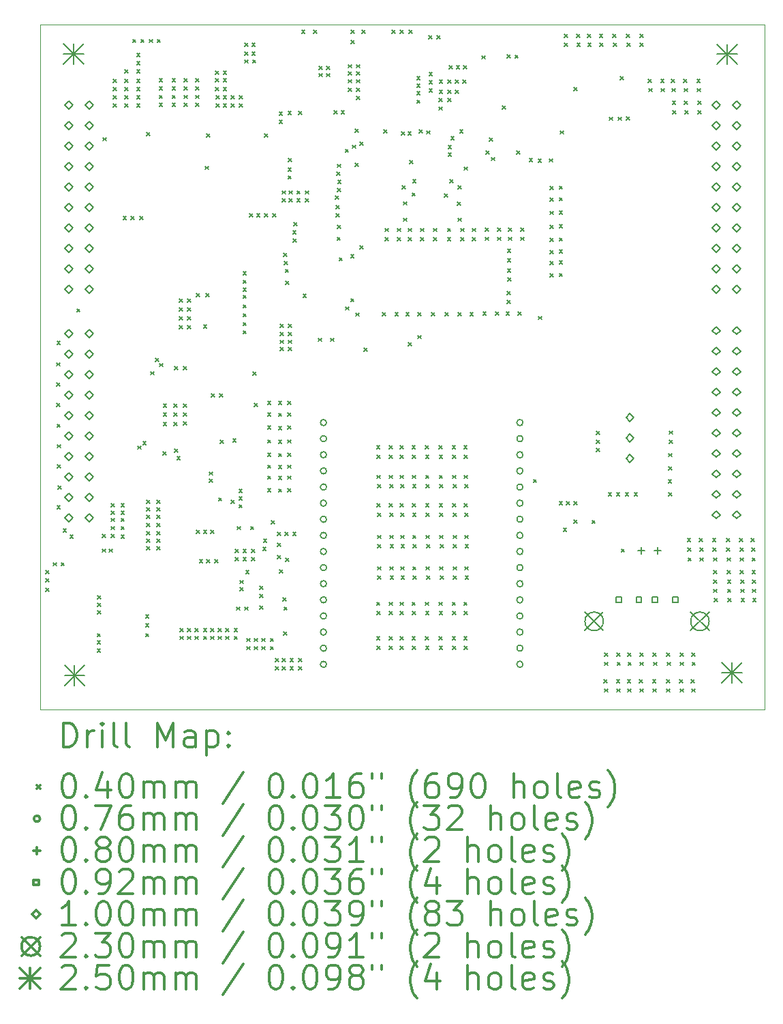
<source format=gbr>
%FSLAX45Y45*%
G04 Gerber Fmt 4.5, Leading zero omitted, Abs format (unit mm)*
G04 Created by KiCad (PCBNEW 5.1.5-52549c5~86~ubuntu18.04.1) date 2020-05-19 23:48:46*
%MOMM*%
%LPD*%
G04 APERTURE LIST*
%TA.AperFunction,Profile*%
%ADD10C,0.050000*%
%TD*%
%ADD11C,0.200000*%
%ADD12C,0.300000*%
G04 APERTURE END LIST*
D10*
X12300000Y-14899800D02*
X3300600Y-14899800D01*
X12300000Y-14300000D02*
X12300000Y-14900000D01*
X12300000Y-6399800D02*
X12300000Y-14300000D01*
X3300600Y-6399800D02*
X12300000Y-6399800D01*
X3300600Y-14899800D02*
X3300600Y-6399800D01*
D11*
X3370000Y-13180000D02*
X3410000Y-13220000D01*
X3410000Y-13180000D02*
X3370000Y-13220000D01*
X3370000Y-13280000D02*
X3410000Y-13320000D01*
X3410000Y-13280000D02*
X3370000Y-13320000D01*
X3370000Y-13400000D02*
X3410000Y-13440000D01*
X3410000Y-13400000D02*
X3370000Y-13440000D01*
X3460000Y-13080000D02*
X3500000Y-13120000D01*
X3500000Y-13080000D02*
X3460000Y-13120000D01*
X3505000Y-10600000D02*
X3545000Y-10640000D01*
X3545000Y-10600000D02*
X3505000Y-10640000D01*
X3505000Y-10850000D02*
X3545000Y-10890000D01*
X3545000Y-10850000D02*
X3505000Y-10890000D01*
X3505000Y-11105000D02*
X3545000Y-11145000D01*
X3545000Y-11105000D02*
X3505000Y-11145000D01*
X3510000Y-10335000D02*
X3550000Y-10375000D01*
X3550000Y-10335000D02*
X3510000Y-10375000D01*
X3510000Y-11360000D02*
X3550000Y-11400000D01*
X3550000Y-11360000D02*
X3510000Y-11400000D01*
X3510000Y-12375000D02*
X3550000Y-12415000D01*
X3550000Y-12375000D02*
X3510000Y-12415000D01*
X3515000Y-11615000D02*
X3555000Y-11655000D01*
X3555000Y-11615000D02*
X3515000Y-11655000D01*
X3515000Y-11865000D02*
X3555000Y-11905000D01*
X3555000Y-11865000D02*
X3515000Y-11905000D01*
X3520000Y-12125000D02*
X3560000Y-12165000D01*
X3560000Y-12125000D02*
X3520000Y-12165000D01*
X3560000Y-13080000D02*
X3600000Y-13120000D01*
X3600000Y-13080000D02*
X3560000Y-13120000D01*
X3585000Y-12660000D02*
X3625000Y-12700000D01*
X3625000Y-12660000D02*
X3585000Y-12700000D01*
X3670000Y-12735000D02*
X3710000Y-12775000D01*
X3710000Y-12735000D02*
X3670000Y-12775000D01*
X3755000Y-9930000D02*
X3795000Y-9970000D01*
X3795000Y-9930000D02*
X3755000Y-9970000D01*
X4010000Y-13960000D02*
X4050000Y-14000000D01*
X4050000Y-13960000D02*
X4010000Y-14000000D01*
X4010000Y-14050000D02*
X4050000Y-14090000D01*
X4050000Y-14050000D02*
X4010000Y-14090000D01*
X4010000Y-14150000D02*
X4050000Y-14190000D01*
X4050000Y-14150000D02*
X4010000Y-14190000D01*
X4015000Y-13489000D02*
X4055000Y-13529000D01*
X4055000Y-13489000D02*
X4015000Y-13529000D01*
X4015000Y-13583000D02*
X4055000Y-13623000D01*
X4055000Y-13583000D02*
X4015000Y-13623000D01*
X4015000Y-13679000D02*
X4055000Y-13719000D01*
X4055000Y-13679000D02*
X4015000Y-13719000D01*
X4070000Y-12730000D02*
X4110000Y-12770000D01*
X4110000Y-12730000D02*
X4070000Y-12770000D01*
X4070000Y-12910000D02*
X4110000Y-12950000D01*
X4110000Y-12910000D02*
X4070000Y-12950000D01*
X4080000Y-7805000D02*
X4120000Y-7845000D01*
X4120000Y-7805000D02*
X4080000Y-7845000D01*
X4160000Y-12910000D02*
X4200000Y-12950000D01*
X4200000Y-12910000D02*
X4160000Y-12950000D01*
X4180000Y-12345000D02*
X4220000Y-12385000D01*
X4220000Y-12345000D02*
X4180000Y-12385000D01*
X4180000Y-12440000D02*
X4220000Y-12480000D01*
X4220000Y-12440000D02*
X4180000Y-12480000D01*
X4180000Y-12530000D02*
X4220000Y-12570000D01*
X4220000Y-12530000D02*
X4180000Y-12570000D01*
X4180000Y-12630000D02*
X4220000Y-12670000D01*
X4220000Y-12630000D02*
X4180000Y-12670000D01*
X4180000Y-12730000D02*
X4220000Y-12770000D01*
X4220000Y-12730000D02*
X4180000Y-12770000D01*
X4205000Y-7080000D02*
X4245000Y-7120000D01*
X4245000Y-7080000D02*
X4205000Y-7120000D01*
X4205000Y-7180000D02*
X4245000Y-7220000D01*
X4245000Y-7180000D02*
X4205000Y-7220000D01*
X4205000Y-7285000D02*
X4245000Y-7325000D01*
X4245000Y-7285000D02*
X4205000Y-7325000D01*
X4205000Y-7385000D02*
X4245000Y-7425000D01*
X4245000Y-7385000D02*
X4205000Y-7425000D01*
X4305000Y-12345000D02*
X4345000Y-12385000D01*
X4345000Y-12345000D02*
X4305000Y-12385000D01*
X4305000Y-12440000D02*
X4345000Y-12480000D01*
X4345000Y-12440000D02*
X4305000Y-12480000D01*
X4305000Y-12530000D02*
X4345000Y-12570000D01*
X4345000Y-12530000D02*
X4305000Y-12570000D01*
X4305000Y-12630000D02*
X4345000Y-12670000D01*
X4345000Y-12630000D02*
X4305000Y-12670000D01*
X4305000Y-12735000D02*
X4345000Y-12775000D01*
X4345000Y-12735000D02*
X4305000Y-12775000D01*
X4330000Y-8780000D02*
X4370000Y-8820000D01*
X4370000Y-8780000D02*
X4330000Y-8820000D01*
X4350000Y-6960000D02*
X4390000Y-7000000D01*
X4390000Y-6960000D02*
X4350000Y-7000000D01*
X4350000Y-7080000D02*
X4390000Y-7120000D01*
X4390000Y-7080000D02*
X4350000Y-7120000D01*
X4350000Y-7180000D02*
X4390000Y-7220000D01*
X4390000Y-7180000D02*
X4350000Y-7220000D01*
X4350000Y-7285000D02*
X4390000Y-7325000D01*
X4390000Y-7285000D02*
X4350000Y-7325000D01*
X4350000Y-7385000D02*
X4390000Y-7425000D01*
X4390000Y-7385000D02*
X4350000Y-7425000D01*
X4430000Y-8780000D02*
X4470000Y-8820000D01*
X4470000Y-8780000D02*
X4430000Y-8820000D01*
X4450000Y-6585000D02*
X4490000Y-6625000D01*
X4490000Y-6585000D02*
X4450000Y-6625000D01*
X4500000Y-6760000D02*
X4540000Y-6800000D01*
X4540000Y-6760000D02*
X4500000Y-6800000D01*
X4500000Y-6860000D02*
X4540000Y-6900000D01*
X4540000Y-6860000D02*
X4500000Y-6900000D01*
X4500000Y-6960000D02*
X4540000Y-7000000D01*
X4540000Y-6960000D02*
X4500000Y-7000000D01*
X4500000Y-7080000D02*
X4540000Y-7120000D01*
X4540000Y-7080000D02*
X4500000Y-7120000D01*
X4500000Y-7180000D02*
X4540000Y-7220000D01*
X4540000Y-7180000D02*
X4500000Y-7220000D01*
X4500000Y-7285000D02*
X4540000Y-7325000D01*
X4540000Y-7285000D02*
X4500000Y-7325000D01*
X4500000Y-7385000D02*
X4540000Y-7425000D01*
X4540000Y-7385000D02*
X4500000Y-7425000D01*
X4515678Y-11631234D02*
X4555678Y-11671234D01*
X4555678Y-11631234D02*
X4515678Y-11671234D01*
X4540000Y-8780000D02*
X4580000Y-8820000D01*
X4580000Y-8780000D02*
X4540000Y-8820000D01*
X4550000Y-6585000D02*
X4590000Y-6625000D01*
X4590000Y-6585000D02*
X4550000Y-6625000D01*
X4576130Y-11575354D02*
X4616130Y-11615354D01*
X4616130Y-11575354D02*
X4576130Y-11615354D01*
X4610000Y-13730000D02*
X4650000Y-13770000D01*
X4650000Y-13730000D02*
X4610000Y-13770000D01*
X4610000Y-13840000D02*
X4650000Y-13880000D01*
X4650000Y-13840000D02*
X4610000Y-13880000D01*
X4610000Y-13960000D02*
X4650000Y-14000000D01*
X4650000Y-13960000D02*
X4610000Y-14000000D01*
X4624898Y-7738430D02*
X4664898Y-7778430D01*
X4664898Y-7738430D02*
X4624898Y-7778430D01*
X4625000Y-12305000D02*
X4665000Y-12345000D01*
X4665000Y-12305000D02*
X4625000Y-12345000D01*
X4625000Y-12400000D02*
X4665000Y-12440000D01*
X4665000Y-12400000D02*
X4625000Y-12440000D01*
X4625000Y-12490000D02*
X4665000Y-12530000D01*
X4665000Y-12490000D02*
X4625000Y-12530000D01*
X4625000Y-12590000D02*
X4665000Y-12630000D01*
X4665000Y-12590000D02*
X4625000Y-12630000D01*
X4625000Y-12695000D02*
X4665000Y-12735000D01*
X4665000Y-12695000D02*
X4625000Y-12735000D01*
X4625000Y-12790000D02*
X4665000Y-12830000D01*
X4665000Y-12790000D02*
X4625000Y-12830000D01*
X4625000Y-12880000D02*
X4665000Y-12920000D01*
X4665000Y-12880000D02*
X4625000Y-12920000D01*
X4655000Y-6585000D02*
X4695000Y-6625000D01*
X4695000Y-6585000D02*
X4655000Y-6625000D01*
X4671524Y-10708483D02*
X4711524Y-10748483D01*
X4711524Y-10708483D02*
X4671524Y-10748483D01*
X4735245Y-10544368D02*
X4775245Y-10584368D01*
X4775245Y-10544368D02*
X4735245Y-10584368D01*
X4750000Y-12305000D02*
X4790000Y-12345000D01*
X4790000Y-12305000D02*
X4750000Y-12345000D01*
X4750000Y-12400000D02*
X4790000Y-12440000D01*
X4790000Y-12400000D02*
X4750000Y-12440000D01*
X4750000Y-12490000D02*
X4790000Y-12530000D01*
X4790000Y-12490000D02*
X4750000Y-12530000D01*
X4750000Y-12590000D02*
X4790000Y-12630000D01*
X4790000Y-12590000D02*
X4750000Y-12630000D01*
X4750000Y-12695000D02*
X4790000Y-12735000D01*
X4790000Y-12695000D02*
X4750000Y-12735000D01*
X4750000Y-12790000D02*
X4790000Y-12830000D01*
X4790000Y-12790000D02*
X4750000Y-12830000D01*
X4750000Y-12880000D02*
X4790000Y-12920000D01*
X4790000Y-12880000D02*
X4750000Y-12920000D01*
X4755000Y-6585000D02*
X4795000Y-6625000D01*
X4795000Y-6585000D02*
X4755000Y-6625000D01*
X4780000Y-7075000D02*
X4820000Y-7115000D01*
X4820000Y-7075000D02*
X4780000Y-7115000D01*
X4780000Y-7175000D02*
X4820000Y-7215000D01*
X4820000Y-7175000D02*
X4780000Y-7215000D01*
X4780000Y-7280000D02*
X4820000Y-7320000D01*
X4820000Y-7280000D02*
X4780000Y-7320000D01*
X4780000Y-7380000D02*
X4820000Y-7420000D01*
X4820000Y-7380000D02*
X4780000Y-7420000D01*
X4780894Y-10608020D02*
X4820894Y-10648020D01*
X4820894Y-10608020D02*
X4780894Y-10648020D01*
X4825347Y-11701169D02*
X4865347Y-11741169D01*
X4865347Y-11701169D02*
X4825347Y-11741169D01*
X4830000Y-11110000D02*
X4870000Y-11150000D01*
X4870000Y-11110000D02*
X4830000Y-11150000D01*
X4830000Y-11220000D02*
X4870000Y-11260000D01*
X4870000Y-11220000D02*
X4830000Y-11260000D01*
X4830000Y-11340000D02*
X4870000Y-11380000D01*
X4870000Y-11340000D02*
X4830000Y-11380000D01*
X4940000Y-7075000D02*
X4980000Y-7115000D01*
X4980000Y-7075000D02*
X4940000Y-7115000D01*
X4940000Y-7175000D02*
X4980000Y-7215000D01*
X4980000Y-7175000D02*
X4940000Y-7215000D01*
X4940000Y-7280000D02*
X4980000Y-7320000D01*
X4980000Y-7280000D02*
X4940000Y-7320000D01*
X4940000Y-7380000D02*
X4980000Y-7420000D01*
X4980000Y-7380000D02*
X4940000Y-7420000D01*
X4960000Y-11110000D02*
X5000000Y-11150000D01*
X5000000Y-11110000D02*
X4960000Y-11150000D01*
X4960000Y-11220000D02*
X5000000Y-11260000D01*
X5000000Y-11220000D02*
X4960000Y-11260000D01*
X4960000Y-11340000D02*
X5000000Y-11380000D01*
X5000000Y-11340000D02*
X4960000Y-11380000D01*
X4970348Y-11667801D02*
X5010348Y-11707801D01*
X5010348Y-11667801D02*
X4970348Y-11707801D01*
X4970896Y-10646755D02*
X5010896Y-10686755D01*
X5010896Y-10646755D02*
X4970896Y-10686755D01*
X4999770Y-11763376D02*
X5039770Y-11803376D01*
X5039770Y-11763376D02*
X4999770Y-11803376D01*
X5030000Y-9805000D02*
X5070000Y-9845000D01*
X5070000Y-9805000D02*
X5030000Y-9845000D01*
X5030000Y-9920000D02*
X5070000Y-9960000D01*
X5070000Y-9920000D02*
X5030000Y-9960000D01*
X5030000Y-10025000D02*
X5070000Y-10065000D01*
X5070000Y-10025000D02*
X5030000Y-10065000D01*
X5030000Y-10140000D02*
X5070000Y-10180000D01*
X5070000Y-10140000D02*
X5030000Y-10180000D01*
X5040000Y-13895000D02*
X5080000Y-13935000D01*
X5080000Y-13895000D02*
X5040000Y-13935000D01*
X5040000Y-13995000D02*
X5080000Y-14035000D01*
X5080000Y-13995000D02*
X5040000Y-14035000D01*
X5080000Y-11110000D02*
X5120000Y-11150000D01*
X5120000Y-11110000D02*
X5080000Y-11150000D01*
X5080000Y-11220000D02*
X5120000Y-11260000D01*
X5120000Y-11220000D02*
X5080000Y-11260000D01*
X5080000Y-11330000D02*
X5120000Y-11370000D01*
X5120000Y-11330000D02*
X5080000Y-11370000D01*
X5080896Y-10646190D02*
X5120896Y-10686190D01*
X5120896Y-10646190D02*
X5080896Y-10686190D01*
X5090000Y-7075000D02*
X5130000Y-7115000D01*
X5130000Y-7075000D02*
X5090000Y-7115000D01*
X5090000Y-7175000D02*
X5130000Y-7215000D01*
X5130000Y-7175000D02*
X5090000Y-7215000D01*
X5090000Y-7280000D02*
X5130000Y-7320000D01*
X5130000Y-7280000D02*
X5090000Y-7320000D01*
X5090000Y-7380000D02*
X5130000Y-7420000D01*
X5130000Y-7380000D02*
X5090000Y-7420000D01*
X5130000Y-9805000D02*
X5170000Y-9845000D01*
X5170000Y-9805000D02*
X5130000Y-9845000D01*
X5130000Y-9920000D02*
X5170000Y-9960000D01*
X5170000Y-9920000D02*
X5130000Y-9960000D01*
X5130000Y-10025000D02*
X5170000Y-10065000D01*
X5170000Y-10025000D02*
X5130000Y-10065000D01*
X5130000Y-10140000D02*
X5170000Y-10180000D01*
X5170000Y-10140000D02*
X5130000Y-10180000D01*
X5130000Y-13895000D02*
X5170000Y-13935000D01*
X5170000Y-13895000D02*
X5130000Y-13935000D01*
X5130000Y-13995000D02*
X5170000Y-14035000D01*
X5170000Y-13995000D02*
X5130000Y-14035000D01*
X5225000Y-13895000D02*
X5265000Y-13935000D01*
X5265000Y-13895000D02*
X5225000Y-13935000D01*
X5225000Y-13995000D02*
X5265000Y-14035000D01*
X5265000Y-13995000D02*
X5225000Y-14035000D01*
X5230000Y-7075000D02*
X5270000Y-7115000D01*
X5270000Y-7075000D02*
X5230000Y-7115000D01*
X5230000Y-7175000D02*
X5270000Y-7215000D01*
X5270000Y-7175000D02*
X5230000Y-7215000D01*
X5230000Y-7280000D02*
X5270000Y-7320000D01*
X5270000Y-7280000D02*
X5230000Y-7320000D01*
X5230000Y-7380000D02*
X5270000Y-7420000D01*
X5270000Y-7380000D02*
X5230000Y-7420000D01*
X5240000Y-12680000D02*
X5280000Y-12720000D01*
X5280000Y-12680000D02*
X5240000Y-12720000D01*
X5243896Y-9739696D02*
X5283896Y-9779696D01*
X5283896Y-9739696D02*
X5243896Y-9779696D01*
X5280000Y-13040000D02*
X5320000Y-13080000D01*
X5320000Y-13040000D02*
X5280000Y-13080000D01*
X5330000Y-10130000D02*
X5370000Y-10170000D01*
X5370000Y-10130000D02*
X5330000Y-10170000D01*
X5330000Y-12680000D02*
X5370000Y-12720000D01*
X5370000Y-12680000D02*
X5330000Y-12720000D01*
X5330000Y-13895000D02*
X5370000Y-13935000D01*
X5370000Y-13895000D02*
X5330000Y-13935000D01*
X5330000Y-13995000D02*
X5370000Y-14035000D01*
X5370000Y-13995000D02*
X5330000Y-14035000D01*
X5350000Y-8160000D02*
X5390000Y-8200000D01*
X5390000Y-8160000D02*
X5350000Y-8200000D01*
X5361752Y-9739950D02*
X5401752Y-9779950D01*
X5401752Y-9739950D02*
X5361752Y-9779950D01*
X5369880Y-7759258D02*
X5409880Y-7799258D01*
X5409880Y-7759258D02*
X5369880Y-7799258D01*
X5370000Y-13040000D02*
X5410000Y-13080000D01*
X5410000Y-13040000D02*
X5370000Y-13080000D01*
X5401376Y-11952544D02*
X5441376Y-11992544D01*
X5441376Y-11952544D02*
X5401376Y-11992544D01*
X5401376Y-12042968D02*
X5441376Y-12082968D01*
X5441376Y-12042968D02*
X5401376Y-12082968D01*
X5420000Y-12680000D02*
X5460000Y-12720000D01*
X5460000Y-12680000D02*
X5420000Y-12720000D01*
X5420000Y-13895000D02*
X5460000Y-13935000D01*
X5460000Y-13895000D02*
X5420000Y-13935000D01*
X5420000Y-13995000D02*
X5460000Y-14035000D01*
X5460000Y-13995000D02*
X5420000Y-14035000D01*
X5424490Y-10985499D02*
X5464490Y-11025499D01*
X5464490Y-10985499D02*
X5424490Y-11025499D01*
X5470000Y-13040000D02*
X5510000Y-13080000D01*
X5510000Y-13040000D02*
X5470000Y-13080000D01*
X5475000Y-6980000D02*
X5515000Y-7020000D01*
X5515000Y-6980000D02*
X5475000Y-7020000D01*
X5475000Y-7075000D02*
X5515000Y-7115000D01*
X5515000Y-7075000D02*
X5475000Y-7115000D01*
X5475000Y-7180000D02*
X5515000Y-7220000D01*
X5515000Y-7180000D02*
X5475000Y-7220000D01*
X5485000Y-7285000D02*
X5525000Y-7325000D01*
X5525000Y-7285000D02*
X5485000Y-7325000D01*
X5485000Y-7385000D02*
X5525000Y-7425000D01*
X5525000Y-7385000D02*
X5485000Y-7425000D01*
X5510000Y-13895000D02*
X5550000Y-13935000D01*
X5550000Y-13895000D02*
X5510000Y-13935000D01*
X5510000Y-13995000D02*
X5550000Y-14035000D01*
X5550000Y-13995000D02*
X5510000Y-14035000D01*
X5515000Y-12275000D02*
X5555000Y-12315000D01*
X5555000Y-12275000D02*
X5515000Y-12315000D01*
X5530000Y-10985499D02*
X5570000Y-11025499D01*
X5570000Y-10985499D02*
X5530000Y-11025499D01*
X5537266Y-11560876D02*
X5577266Y-11600876D01*
X5577266Y-11560876D02*
X5537266Y-11600876D01*
X5575000Y-6980000D02*
X5615000Y-7020000D01*
X5615000Y-6980000D02*
X5575000Y-7020000D01*
X5575000Y-7075000D02*
X5615000Y-7115000D01*
X5615000Y-7075000D02*
X5575000Y-7115000D01*
X5575000Y-7180000D02*
X5615000Y-7220000D01*
X5615000Y-7180000D02*
X5575000Y-7220000D01*
X5575000Y-7285000D02*
X5615000Y-7325000D01*
X5615000Y-7285000D02*
X5575000Y-7325000D01*
X5575000Y-7385000D02*
X5615000Y-7425000D01*
X5615000Y-7385000D02*
X5575000Y-7425000D01*
X5605000Y-13895000D02*
X5645000Y-13935000D01*
X5645000Y-13895000D02*
X5605000Y-13935000D01*
X5605000Y-13995000D02*
X5645000Y-14035000D01*
X5645000Y-13995000D02*
X5605000Y-14035000D01*
X5670000Y-7285000D02*
X5710000Y-7325000D01*
X5710000Y-7285000D02*
X5670000Y-7325000D01*
X5670000Y-7385000D02*
X5710000Y-7425000D01*
X5710000Y-7385000D02*
X5670000Y-7425000D01*
X5675000Y-12305000D02*
X5715000Y-12345000D01*
X5715000Y-12305000D02*
X5675000Y-12345000D01*
X5694746Y-11540556D02*
X5734746Y-11580556D01*
X5734746Y-11540556D02*
X5694746Y-11580556D01*
X5710000Y-13895000D02*
X5750000Y-13935000D01*
X5750000Y-13895000D02*
X5710000Y-13935000D01*
X5710000Y-13995000D02*
X5750000Y-14035000D01*
X5750000Y-13995000D02*
X5710000Y-14035000D01*
X5725000Y-12915000D02*
X5765000Y-12955000D01*
X5765000Y-12915000D02*
X5725000Y-12955000D01*
X5725000Y-13015000D02*
X5765000Y-13055000D01*
X5765000Y-13015000D02*
X5725000Y-13055000D01*
X5740000Y-13630000D02*
X5780000Y-13670000D01*
X5780000Y-13630000D02*
X5740000Y-13670000D01*
X5747812Y-12630189D02*
X5787812Y-12670189D01*
X5787812Y-12630189D02*
X5747812Y-12670189D01*
X5770000Y-12170000D02*
X5810000Y-12210000D01*
X5810000Y-12170000D02*
X5770000Y-12210000D01*
X5770000Y-12260000D02*
X5810000Y-12300000D01*
X5810000Y-12260000D02*
X5770000Y-12300000D01*
X5770000Y-12360000D02*
X5810000Y-12400000D01*
X5810000Y-12360000D02*
X5770000Y-12400000D01*
X5775000Y-7285000D02*
X5815000Y-7325000D01*
X5815000Y-7285000D02*
X5775000Y-7325000D01*
X5775000Y-7385000D02*
X5815000Y-7425000D01*
X5815000Y-7385000D02*
X5775000Y-7425000D01*
X5780000Y-13300000D02*
X5820000Y-13340000D01*
X5820000Y-13300000D02*
X5780000Y-13340000D01*
X5780000Y-13390000D02*
X5820000Y-13430000D01*
X5820000Y-13390000D02*
X5780000Y-13430000D01*
X5820000Y-9470000D02*
X5860000Y-9510000D01*
X5860000Y-9470000D02*
X5820000Y-9510000D01*
X5820000Y-9575000D02*
X5860000Y-9615000D01*
X5860000Y-9575000D02*
X5820000Y-9615000D01*
X5820000Y-9670000D02*
X5860000Y-9710000D01*
X5860000Y-9670000D02*
X5820000Y-9710000D01*
X5820000Y-9760000D02*
X5860000Y-9800000D01*
X5860000Y-9760000D02*
X5820000Y-9800000D01*
X5820000Y-9880000D02*
X5860000Y-9920000D01*
X5860000Y-9880000D02*
X5820000Y-9920000D01*
X5820000Y-9990000D02*
X5860000Y-10030000D01*
X5860000Y-9990000D02*
X5820000Y-10030000D01*
X5820000Y-10100000D02*
X5860000Y-10140000D01*
X5860000Y-10100000D02*
X5820000Y-10140000D01*
X5820000Y-10200000D02*
X5860000Y-10240000D01*
X5860000Y-10200000D02*
X5820000Y-10240000D01*
X5820000Y-12915000D02*
X5860000Y-12955000D01*
X5860000Y-12915000D02*
X5820000Y-12955000D01*
X5820000Y-13015000D02*
X5860000Y-13055000D01*
X5860000Y-13015000D02*
X5820000Y-13055000D01*
X5840000Y-6630000D02*
X5880000Y-6670000D01*
X5880000Y-6630000D02*
X5840000Y-6670000D01*
X5840000Y-6740000D02*
X5880000Y-6780000D01*
X5880000Y-6740000D02*
X5840000Y-6780000D01*
X5840000Y-6840000D02*
X5880000Y-6880000D01*
X5880000Y-6840000D02*
X5840000Y-6880000D01*
X5840000Y-13630000D02*
X5880000Y-13670000D01*
X5880000Y-13630000D02*
X5840000Y-13670000D01*
X5855000Y-13175000D02*
X5895000Y-13215000D01*
X5895000Y-13175000D02*
X5855000Y-13215000D01*
X5870000Y-14020000D02*
X5910000Y-14060000D01*
X5910000Y-14020000D02*
X5870000Y-14060000D01*
X5870000Y-14120000D02*
X5910000Y-14160000D01*
X5910000Y-14120000D02*
X5870000Y-14160000D01*
X5900000Y-8750000D02*
X5940000Y-8790000D01*
X5940000Y-8750000D02*
X5900000Y-8790000D01*
X5915000Y-12630000D02*
X5955000Y-12670000D01*
X5955000Y-12630000D02*
X5915000Y-12670000D01*
X5925000Y-12915000D02*
X5965000Y-12955000D01*
X5965000Y-12915000D02*
X5925000Y-12955000D01*
X5925000Y-13015000D02*
X5965000Y-13055000D01*
X5965000Y-13015000D02*
X5925000Y-13055000D01*
X5930000Y-6630000D02*
X5970000Y-6670000D01*
X5970000Y-6630000D02*
X5930000Y-6670000D01*
X5930000Y-6740000D02*
X5970000Y-6780000D01*
X5970000Y-6740000D02*
X5930000Y-6780000D01*
X5940000Y-6840000D02*
X5980000Y-6880000D01*
X5980000Y-6840000D02*
X5940000Y-6880000D01*
X5941552Y-10711089D02*
X5981552Y-10751089D01*
X5981552Y-10711089D02*
X5941552Y-10751089D01*
X5960000Y-14020000D02*
X6000000Y-14060000D01*
X6000000Y-14020000D02*
X5960000Y-14060000D01*
X5960000Y-14120000D02*
X6000000Y-14160000D01*
X6000000Y-14120000D02*
X5960000Y-14160000D01*
X5963521Y-11100163D02*
X6003521Y-11140163D01*
X6003521Y-11100163D02*
X5963521Y-11140163D01*
X5990000Y-8750000D02*
X6030000Y-8790000D01*
X6030000Y-8750000D02*
X5990000Y-8790000D01*
X6028446Y-13471554D02*
X6068446Y-13511554D01*
X6068446Y-13471554D02*
X6028446Y-13511554D01*
X6029424Y-13370000D02*
X6069424Y-13410000D01*
X6069424Y-13370000D02*
X6029424Y-13410000D01*
X6030000Y-13620000D02*
X6070000Y-13660000D01*
X6070000Y-13620000D02*
X6030000Y-13660000D01*
X6055000Y-14020000D02*
X6095000Y-14060000D01*
X6095000Y-14020000D02*
X6055000Y-14060000D01*
X6055000Y-14120000D02*
X6095000Y-14160000D01*
X6095000Y-14120000D02*
X6055000Y-14160000D01*
X6065586Y-12892090D02*
X6105586Y-12932090D01*
X6105586Y-12892090D02*
X6065586Y-12932090D01*
X6075000Y-12790000D02*
X6115000Y-12830000D01*
X6115000Y-12790000D02*
X6075000Y-12830000D01*
X6084890Y-7756972D02*
X6124890Y-7796972D01*
X6124890Y-7756972D02*
X6084890Y-7796972D01*
X6085000Y-8750000D02*
X6125000Y-8790000D01*
X6125000Y-8750000D02*
X6085000Y-8790000D01*
X6125000Y-11075000D02*
X6165000Y-11115000D01*
X6165000Y-11075000D02*
X6125000Y-11115000D01*
X6125000Y-11220000D02*
X6165000Y-11260000D01*
X6165000Y-11220000D02*
X6125000Y-11260000D01*
X6125000Y-11385000D02*
X6165000Y-11425000D01*
X6165000Y-11385000D02*
X6125000Y-11425000D01*
X6125000Y-11555000D02*
X6165000Y-11595000D01*
X6165000Y-11555000D02*
X6125000Y-11595000D01*
X6125000Y-11720000D02*
X6165000Y-11760000D01*
X6165000Y-11720000D02*
X6125000Y-11760000D01*
X6125000Y-11870000D02*
X6165000Y-11910000D01*
X6165000Y-11870000D02*
X6125000Y-11910000D01*
X6125000Y-12005000D02*
X6165000Y-12045000D01*
X6165000Y-12005000D02*
X6125000Y-12045000D01*
X6125000Y-12160000D02*
X6165000Y-12200000D01*
X6165000Y-12160000D02*
X6125000Y-12200000D01*
X6160000Y-14020000D02*
X6200000Y-14060000D01*
X6200000Y-14020000D02*
X6160000Y-14060000D01*
X6160000Y-14120000D02*
X6200000Y-14160000D01*
X6200000Y-14120000D02*
X6160000Y-14160000D01*
X6170000Y-12560000D02*
X6210000Y-12600000D01*
X6210000Y-12560000D02*
X6170000Y-12600000D01*
X6190000Y-8750000D02*
X6230000Y-8790000D01*
X6230000Y-8750000D02*
X6190000Y-8790000D01*
X6220000Y-14270000D02*
X6260000Y-14310000D01*
X6260000Y-14270000D02*
X6220000Y-14310000D01*
X6220000Y-14370000D02*
X6260000Y-14410000D01*
X6260000Y-14370000D02*
X6220000Y-14410000D01*
X6250000Y-12705000D02*
X6290000Y-12745000D01*
X6290000Y-12705000D02*
X6250000Y-12745000D01*
X6250000Y-12840000D02*
X6290000Y-12880000D01*
X6290000Y-12840000D02*
X6250000Y-12880000D01*
X6250000Y-12990000D02*
X6290000Y-13030000D01*
X6290000Y-12990000D02*
X6250000Y-13030000D01*
X6260000Y-11080000D02*
X6300000Y-11120000D01*
X6300000Y-11080000D02*
X6260000Y-11120000D01*
X6260000Y-11225000D02*
X6300000Y-11265000D01*
X6300000Y-11225000D02*
X6260000Y-11265000D01*
X6260000Y-11390000D02*
X6300000Y-11430000D01*
X6300000Y-11390000D02*
X6260000Y-11430000D01*
X6260000Y-11560000D02*
X6300000Y-11600000D01*
X6300000Y-11560000D02*
X6260000Y-11600000D01*
X6260000Y-11725000D02*
X6300000Y-11765000D01*
X6300000Y-11725000D02*
X6260000Y-11765000D01*
X6260000Y-11875000D02*
X6300000Y-11915000D01*
X6300000Y-11875000D02*
X6260000Y-11915000D01*
X6260000Y-12010000D02*
X6300000Y-12050000D01*
X6300000Y-12010000D02*
X6260000Y-12050000D01*
X6260000Y-12165000D02*
X6300000Y-12205000D01*
X6300000Y-12165000D02*
X6260000Y-12205000D01*
X6270000Y-7490000D02*
X6310000Y-7530000D01*
X6310000Y-7490000D02*
X6270000Y-7530000D01*
X6270000Y-7590000D02*
X6310000Y-7630000D01*
X6310000Y-7590000D02*
X6270000Y-7630000D01*
X6274870Y-13169769D02*
X6314870Y-13209769D01*
X6314870Y-13169769D02*
X6274870Y-13209769D01*
X6285000Y-10120000D02*
X6325000Y-10160000D01*
X6325000Y-10120000D02*
X6285000Y-10160000D01*
X6285000Y-10225000D02*
X6325000Y-10265000D01*
X6325000Y-10225000D02*
X6285000Y-10265000D01*
X6285000Y-10320000D02*
X6325000Y-10360000D01*
X6325000Y-10320000D02*
X6285000Y-10360000D01*
X6285000Y-10410000D02*
X6325000Y-10450000D01*
X6325000Y-10410000D02*
X6285000Y-10450000D01*
X6305000Y-8465000D02*
X6345000Y-8505000D01*
X6345000Y-8465000D02*
X6305000Y-8505000D01*
X6305000Y-8565000D02*
X6345000Y-8605000D01*
X6345000Y-8565000D02*
X6305000Y-8605000D01*
X6310000Y-14270000D02*
X6350000Y-14310000D01*
X6350000Y-14270000D02*
X6310000Y-14310000D01*
X6310000Y-14370000D02*
X6350000Y-14410000D01*
X6350000Y-14370000D02*
X6310000Y-14410000D01*
X6315000Y-13515000D02*
X6355000Y-13555000D01*
X6355000Y-13515000D02*
X6315000Y-13555000D01*
X6325000Y-13940000D02*
X6365000Y-13980000D01*
X6365000Y-13940000D02*
X6325000Y-13980000D01*
X6326958Y-9240819D02*
X6366958Y-9280819D01*
X6366958Y-9240819D02*
X6326958Y-9280819D01*
X6330000Y-13630000D02*
X6370000Y-13670000D01*
X6370000Y-13630000D02*
X6330000Y-13670000D01*
X6335216Y-9340479D02*
X6375216Y-9380479D01*
X6375216Y-9340479D02*
X6335216Y-9380479D01*
X6340000Y-12705000D02*
X6380000Y-12745000D01*
X6380000Y-12705000D02*
X6340000Y-12745000D01*
X6345000Y-9440000D02*
X6385000Y-9480000D01*
X6385000Y-9440000D02*
X6345000Y-9480000D01*
X6350000Y-9585000D02*
X6390000Y-9625000D01*
X6390000Y-9585000D02*
X6350000Y-9625000D01*
X6350000Y-13025000D02*
X6390000Y-13065000D01*
X6390000Y-13025000D02*
X6350000Y-13065000D01*
X6375000Y-11075000D02*
X6415000Y-11115000D01*
X6415000Y-11075000D02*
X6375000Y-11115000D01*
X6375000Y-11220000D02*
X6415000Y-11260000D01*
X6415000Y-11220000D02*
X6375000Y-11260000D01*
X6375000Y-11385000D02*
X6415000Y-11425000D01*
X6415000Y-11385000D02*
X6375000Y-11425000D01*
X6375000Y-11555000D02*
X6415000Y-11595000D01*
X6415000Y-11555000D02*
X6375000Y-11595000D01*
X6375000Y-11720000D02*
X6415000Y-11760000D01*
X6415000Y-11720000D02*
X6375000Y-11760000D01*
X6375000Y-11870000D02*
X6415000Y-11910000D01*
X6415000Y-11870000D02*
X6375000Y-11910000D01*
X6375000Y-12005000D02*
X6415000Y-12045000D01*
X6415000Y-12005000D02*
X6375000Y-12045000D01*
X6375000Y-12160000D02*
X6415000Y-12200000D01*
X6415000Y-12160000D02*
X6375000Y-12200000D01*
X6380000Y-7480000D02*
X6420000Y-7520000D01*
X6420000Y-7480000D02*
X6380000Y-7520000D01*
X6380000Y-8180000D02*
X6420000Y-8220000D01*
X6420000Y-8180000D02*
X6380000Y-8220000D01*
X6380425Y-8280000D02*
X6420425Y-8320000D01*
X6420425Y-8280000D02*
X6380425Y-8320000D01*
X6385000Y-8065000D02*
X6425000Y-8105000D01*
X6425000Y-8065000D02*
X6385000Y-8105000D01*
X6385000Y-10120000D02*
X6425000Y-10160000D01*
X6425000Y-10120000D02*
X6385000Y-10160000D01*
X6385000Y-10225000D02*
X6425000Y-10265000D01*
X6425000Y-10225000D02*
X6385000Y-10265000D01*
X6385000Y-10320000D02*
X6425000Y-10360000D01*
X6425000Y-10320000D02*
X6385000Y-10360000D01*
X6385000Y-10410000D02*
X6425000Y-10450000D01*
X6425000Y-10410000D02*
X6385000Y-10450000D01*
X6395000Y-8465000D02*
X6435000Y-8505000D01*
X6435000Y-8465000D02*
X6395000Y-8505000D01*
X6395000Y-8565000D02*
X6435000Y-8605000D01*
X6435000Y-8565000D02*
X6395000Y-8605000D01*
X6405000Y-14270000D02*
X6445000Y-14310000D01*
X6445000Y-14270000D02*
X6405000Y-14310000D01*
X6405000Y-14370000D02*
X6445000Y-14410000D01*
X6445000Y-14370000D02*
X6405000Y-14410000D01*
X6439048Y-8961483D02*
X6479048Y-9001483D01*
X6479048Y-8961483D02*
X6439048Y-9001483D01*
X6440000Y-12705000D02*
X6480000Y-12745000D01*
X6480000Y-12705000D02*
X6440000Y-12745000D01*
X6441003Y-9061465D02*
X6481003Y-9101465D01*
X6481003Y-9061465D02*
X6441003Y-9101465D01*
X6450000Y-8860000D02*
X6490000Y-8900000D01*
X6490000Y-8860000D02*
X6450000Y-8900000D01*
X6490000Y-8465000D02*
X6530000Y-8505000D01*
X6530000Y-8465000D02*
X6490000Y-8505000D01*
X6490000Y-8565000D02*
X6530000Y-8605000D01*
X6530000Y-8565000D02*
X6490000Y-8605000D01*
X6510000Y-7480000D02*
X6550000Y-7520000D01*
X6550000Y-7480000D02*
X6510000Y-7520000D01*
X6510000Y-14270000D02*
X6550000Y-14310000D01*
X6550000Y-14270000D02*
X6510000Y-14310000D01*
X6510000Y-14370000D02*
X6550000Y-14410000D01*
X6550000Y-14370000D02*
X6510000Y-14410000D01*
X6550000Y-6470000D02*
X6590000Y-6510000D01*
X6590000Y-6470000D02*
X6550000Y-6510000D01*
X6565000Y-9750000D02*
X6605000Y-9790000D01*
X6605000Y-9750000D02*
X6565000Y-9790000D01*
X6595000Y-8465000D02*
X6635000Y-8505000D01*
X6635000Y-8465000D02*
X6595000Y-8505000D01*
X6595000Y-8565000D02*
X6635000Y-8605000D01*
X6635000Y-8565000D02*
X6595000Y-8605000D01*
X6700000Y-6470000D02*
X6740000Y-6510000D01*
X6740000Y-6470000D02*
X6700000Y-6510000D01*
X6755000Y-10295000D02*
X6795000Y-10335000D01*
X6795000Y-10295000D02*
X6755000Y-10335000D01*
X6765000Y-6920000D02*
X6805000Y-6960000D01*
X6805000Y-6920000D02*
X6765000Y-6960000D01*
X6765000Y-7010000D02*
X6805000Y-7050000D01*
X6805000Y-7010000D02*
X6765000Y-7050000D01*
X6855000Y-6920000D02*
X6895000Y-6960000D01*
X6895000Y-6920000D02*
X6855000Y-6960000D01*
X6855000Y-7010000D02*
X6895000Y-7050000D01*
X6895000Y-7010000D02*
X6855000Y-7050000D01*
X6910000Y-10295000D02*
X6950000Y-10335000D01*
X6950000Y-10295000D02*
X6910000Y-10335000D01*
X6950000Y-7470000D02*
X6990000Y-7510000D01*
X6990000Y-7470000D02*
X6950000Y-7510000D01*
X6971012Y-8530935D02*
X7011012Y-8570935D01*
X7011012Y-8530935D02*
X6971012Y-8570935D01*
X6975655Y-8748172D02*
X7015655Y-8788172D01*
X7015655Y-8748172D02*
X6975655Y-8788172D01*
X6976923Y-8644486D02*
X7016923Y-8684486D01*
X7016923Y-8644486D02*
X6976923Y-8684486D01*
X6984153Y-8234780D02*
X7024153Y-8274780D01*
X7024153Y-8234780D02*
X6984153Y-8274780D01*
X6990000Y-9040000D02*
X7030000Y-9080000D01*
X7030000Y-9040000D02*
X6990000Y-9080000D01*
X6993174Y-8135186D02*
X7033174Y-8175186D01*
X7033174Y-8135186D02*
X6993174Y-8175186D01*
X6995000Y-8890000D02*
X7035000Y-8930000D01*
X7035000Y-8890000D02*
X6995000Y-8930000D01*
X6995490Y-8433966D02*
X7035490Y-8473966D01*
X7035490Y-8433966D02*
X6995490Y-8473966D01*
X6996832Y-8333974D02*
X7036832Y-8373974D01*
X7036832Y-8333974D02*
X6996832Y-8373974D01*
X7015000Y-9295000D02*
X7055000Y-9335000D01*
X7055000Y-9295000D02*
X7015000Y-9335000D01*
X7040000Y-7470000D02*
X7080000Y-7510000D01*
X7080000Y-7470000D02*
X7040000Y-7510000D01*
X7090000Y-7950000D02*
X7130000Y-7990000D01*
X7130000Y-7950000D02*
X7090000Y-7990000D01*
X7095000Y-9905000D02*
X7135000Y-9945000D01*
X7135000Y-9905000D02*
X7095000Y-9945000D01*
X7130000Y-6900000D02*
X7170000Y-6940000D01*
X7170000Y-6900000D02*
X7130000Y-6940000D01*
X7130000Y-6990000D02*
X7170000Y-7030000D01*
X7170000Y-6990000D02*
X7130000Y-7030000D01*
X7130000Y-7085000D02*
X7170000Y-7125000D01*
X7170000Y-7085000D02*
X7130000Y-7125000D01*
X7130000Y-7190000D02*
X7170000Y-7230000D01*
X7170000Y-7190000D02*
X7130000Y-7230000D01*
X7158040Y-9802942D02*
X7198040Y-9842942D01*
X7198040Y-9802942D02*
X7158040Y-9842942D01*
X7159193Y-9256980D02*
X7199193Y-9296980D01*
X7199193Y-9256980D02*
X7159193Y-9296980D01*
X7160000Y-6470000D02*
X7200000Y-6510000D01*
X7200000Y-6470000D02*
X7160000Y-6510000D01*
X7160000Y-6600000D02*
X7200000Y-6640000D01*
X7200000Y-6600000D02*
X7160000Y-6640000D01*
X7177970Y-7899123D02*
X7217970Y-7939123D01*
X7217970Y-7899123D02*
X7177970Y-7939123D01*
X7211049Y-8119999D02*
X7251049Y-8159999D01*
X7251049Y-8119999D02*
X7211049Y-8159999D01*
X7215000Y-7700000D02*
X7255000Y-7740000D01*
X7255000Y-7700000D02*
X7215000Y-7740000D01*
X7220000Y-9980000D02*
X7260000Y-10020000D01*
X7260000Y-9980000D02*
X7220000Y-10020000D01*
X7230000Y-6900000D02*
X7270000Y-6940000D01*
X7270000Y-6900000D02*
X7230000Y-6940000D01*
X7230000Y-6990000D02*
X7270000Y-7030000D01*
X7270000Y-6990000D02*
X7230000Y-7030000D01*
X7230000Y-7085000D02*
X7270000Y-7125000D01*
X7270000Y-7085000D02*
X7230000Y-7125000D01*
X7230000Y-7190000D02*
X7270000Y-7230000D01*
X7270000Y-7190000D02*
X7230000Y-7230000D01*
X7230000Y-7295000D02*
X7270000Y-7335000D01*
X7270000Y-7295000D02*
X7230000Y-7335000D01*
X7270000Y-7860000D02*
X7310000Y-7900000D01*
X7310000Y-7860000D02*
X7270000Y-7900000D01*
X7270442Y-9145810D02*
X7310442Y-9185810D01*
X7310442Y-9145810D02*
X7270442Y-9185810D01*
X7300000Y-6470000D02*
X7340000Y-6510000D01*
X7340000Y-6470000D02*
X7300000Y-6510000D01*
X7324918Y-10414574D02*
X7364918Y-10454574D01*
X7364918Y-10414574D02*
X7324918Y-10454574D01*
X7480000Y-11630000D02*
X7520000Y-11670000D01*
X7520000Y-11630000D02*
X7480000Y-11670000D01*
X7480000Y-13570000D02*
X7520000Y-13610000D01*
X7520000Y-13570000D02*
X7480000Y-13610000D01*
X7480000Y-14000000D02*
X7520000Y-14040000D01*
X7520000Y-14000000D02*
X7480000Y-14040000D01*
X7485000Y-11745000D02*
X7525000Y-11785000D01*
X7525000Y-11745000D02*
X7485000Y-11785000D01*
X7485000Y-11995000D02*
X7525000Y-12035000D01*
X7525000Y-11995000D02*
X7485000Y-12035000D01*
X7485000Y-12350000D02*
X7525000Y-12390000D01*
X7525000Y-12350000D02*
X7485000Y-12390000D01*
X7485000Y-13685000D02*
X7525000Y-13725000D01*
X7525000Y-13685000D02*
X7485000Y-13725000D01*
X7485000Y-14115000D02*
X7525000Y-14155000D01*
X7525000Y-14115000D02*
X7485000Y-14155000D01*
X7490000Y-12110000D02*
X7530000Y-12150000D01*
X7530000Y-12110000D02*
X7490000Y-12150000D01*
X7490000Y-12465000D02*
X7530000Y-12505000D01*
X7530000Y-12465000D02*
X7490000Y-12505000D01*
X7490000Y-12740000D02*
X7530000Y-12780000D01*
X7530000Y-12740000D02*
X7490000Y-12780000D01*
X7490000Y-13130000D02*
X7530000Y-13170000D01*
X7530000Y-13130000D02*
X7490000Y-13170000D01*
X7495000Y-12855000D02*
X7535000Y-12895000D01*
X7535000Y-12855000D02*
X7495000Y-12895000D01*
X7495000Y-13245000D02*
X7535000Y-13285000D01*
X7535000Y-13245000D02*
X7495000Y-13285000D01*
X7555000Y-9975000D02*
X7595000Y-10015000D01*
X7595000Y-9975000D02*
X7555000Y-10015000D01*
X7570000Y-7710000D02*
X7610000Y-7750000D01*
X7610000Y-7710000D02*
X7570000Y-7750000D01*
X7585000Y-8930000D02*
X7625000Y-8970000D01*
X7625000Y-8930000D02*
X7585000Y-8970000D01*
X7585000Y-9045000D02*
X7625000Y-9085000D01*
X7625000Y-9045000D02*
X7585000Y-9085000D01*
X7635000Y-11630000D02*
X7675000Y-11670000D01*
X7675000Y-11630000D02*
X7635000Y-11670000D01*
X7635000Y-13570000D02*
X7675000Y-13610000D01*
X7675000Y-13570000D02*
X7635000Y-13610000D01*
X7635000Y-14000000D02*
X7675000Y-14040000D01*
X7675000Y-14000000D02*
X7635000Y-14040000D01*
X7640000Y-11745000D02*
X7680000Y-11785000D01*
X7680000Y-11745000D02*
X7640000Y-11785000D01*
X7640000Y-11995000D02*
X7680000Y-12035000D01*
X7680000Y-11995000D02*
X7640000Y-12035000D01*
X7640000Y-12350000D02*
X7680000Y-12390000D01*
X7680000Y-12350000D02*
X7640000Y-12390000D01*
X7640000Y-13685000D02*
X7680000Y-13725000D01*
X7680000Y-13685000D02*
X7640000Y-13725000D01*
X7640000Y-14115000D02*
X7680000Y-14155000D01*
X7680000Y-14115000D02*
X7640000Y-14155000D01*
X7645000Y-12110000D02*
X7685000Y-12150000D01*
X7685000Y-12110000D02*
X7645000Y-12150000D01*
X7645000Y-12465000D02*
X7685000Y-12505000D01*
X7685000Y-12465000D02*
X7645000Y-12505000D01*
X7645000Y-12740000D02*
X7685000Y-12780000D01*
X7685000Y-12740000D02*
X7645000Y-12780000D01*
X7645000Y-13130000D02*
X7685000Y-13170000D01*
X7685000Y-13130000D02*
X7645000Y-13170000D01*
X7650000Y-12855000D02*
X7690000Y-12895000D01*
X7690000Y-12855000D02*
X7650000Y-12895000D01*
X7650000Y-13245000D02*
X7690000Y-13285000D01*
X7690000Y-13245000D02*
X7650000Y-13285000D01*
X7670000Y-6470000D02*
X7710000Y-6510000D01*
X7710000Y-6470000D02*
X7670000Y-6510000D01*
X7710000Y-9975000D02*
X7750000Y-10015000D01*
X7750000Y-9975000D02*
X7710000Y-10015000D01*
X7740000Y-8930000D02*
X7780000Y-8970000D01*
X7780000Y-8930000D02*
X7740000Y-8970000D01*
X7740000Y-9045000D02*
X7780000Y-9085000D01*
X7780000Y-9045000D02*
X7740000Y-9085000D01*
X7770000Y-6470000D02*
X7810000Y-6510000D01*
X7810000Y-6470000D02*
X7770000Y-6510000D01*
X7770000Y-11630000D02*
X7810000Y-11670000D01*
X7810000Y-11630000D02*
X7770000Y-11670000D01*
X7770000Y-13570000D02*
X7810000Y-13610000D01*
X7810000Y-13570000D02*
X7770000Y-13610000D01*
X7770000Y-14000000D02*
X7810000Y-14040000D01*
X7810000Y-14000000D02*
X7770000Y-14040000D01*
X7775000Y-11745000D02*
X7815000Y-11785000D01*
X7815000Y-11745000D02*
X7775000Y-11785000D01*
X7775000Y-11995000D02*
X7815000Y-12035000D01*
X7815000Y-11995000D02*
X7775000Y-12035000D01*
X7775000Y-12350000D02*
X7815000Y-12390000D01*
X7815000Y-12350000D02*
X7775000Y-12390000D01*
X7775000Y-13685000D02*
X7815000Y-13725000D01*
X7815000Y-13685000D02*
X7775000Y-13725000D01*
X7775000Y-14115000D02*
X7815000Y-14155000D01*
X7815000Y-14115000D02*
X7775000Y-14155000D01*
X7780000Y-12110000D02*
X7820000Y-12150000D01*
X7820000Y-12110000D02*
X7780000Y-12150000D01*
X7780000Y-12465000D02*
X7820000Y-12505000D01*
X7820000Y-12465000D02*
X7780000Y-12505000D01*
X7780000Y-12740000D02*
X7820000Y-12780000D01*
X7820000Y-12740000D02*
X7780000Y-12780000D01*
X7780000Y-13130000D02*
X7820000Y-13170000D01*
X7820000Y-13130000D02*
X7780000Y-13170000D01*
X7785000Y-12855000D02*
X7825000Y-12895000D01*
X7825000Y-12855000D02*
X7785000Y-12895000D01*
X7785000Y-13245000D02*
X7825000Y-13285000D01*
X7825000Y-13245000D02*
X7785000Y-13285000D01*
X7790000Y-7730000D02*
X7830000Y-7770000D01*
X7830000Y-7730000D02*
X7790000Y-7770000D01*
X7800000Y-8400000D02*
X7840000Y-8440000D01*
X7840000Y-8400000D02*
X7800000Y-8440000D01*
X7815000Y-8600000D02*
X7855000Y-8640000D01*
X7855000Y-8600000D02*
X7815000Y-8640000D01*
X7815000Y-8805000D02*
X7855000Y-8845000D01*
X7855000Y-8805000D02*
X7815000Y-8845000D01*
X7845000Y-9975000D02*
X7885000Y-10015000D01*
X7885000Y-9975000D02*
X7845000Y-10015000D01*
X7870000Y-7730000D02*
X7910000Y-7770000D01*
X7910000Y-7730000D02*
X7870000Y-7770000D01*
X7875000Y-8930000D02*
X7915000Y-8970000D01*
X7915000Y-8930000D02*
X7875000Y-8970000D01*
X7875000Y-9045000D02*
X7915000Y-9085000D01*
X7915000Y-9045000D02*
X7875000Y-9085000D01*
X7875336Y-10348280D02*
X7915336Y-10388280D01*
X7915336Y-10348280D02*
X7875336Y-10388280D01*
X7880000Y-6470000D02*
X7920000Y-6510000D01*
X7920000Y-6470000D02*
X7880000Y-6510000D01*
X7888641Y-8091360D02*
X7928641Y-8131360D01*
X7928641Y-8091360D02*
X7888641Y-8131360D01*
X7920000Y-8490000D02*
X7960000Y-8530000D01*
X7960000Y-8490000D02*
X7920000Y-8530000D01*
X7920000Y-11630000D02*
X7960000Y-11670000D01*
X7960000Y-11630000D02*
X7920000Y-11670000D01*
X7920000Y-13570000D02*
X7960000Y-13610000D01*
X7960000Y-13570000D02*
X7920000Y-13610000D01*
X7920000Y-14000000D02*
X7960000Y-14040000D01*
X7960000Y-14000000D02*
X7920000Y-14040000D01*
X7925000Y-11745000D02*
X7965000Y-11785000D01*
X7965000Y-11745000D02*
X7925000Y-11785000D01*
X7925000Y-11995000D02*
X7965000Y-12035000D01*
X7965000Y-11995000D02*
X7925000Y-12035000D01*
X7925000Y-12350000D02*
X7965000Y-12390000D01*
X7965000Y-12350000D02*
X7925000Y-12390000D01*
X7925000Y-13685000D02*
X7965000Y-13725000D01*
X7965000Y-13685000D02*
X7925000Y-13725000D01*
X7925000Y-14115000D02*
X7965000Y-14155000D01*
X7965000Y-14115000D02*
X7925000Y-14155000D01*
X7930000Y-8325000D02*
X7970000Y-8365000D01*
X7970000Y-8325000D02*
X7930000Y-8365000D01*
X7930000Y-12110000D02*
X7970000Y-12150000D01*
X7970000Y-12110000D02*
X7930000Y-12150000D01*
X7930000Y-12465000D02*
X7970000Y-12505000D01*
X7970000Y-12465000D02*
X7930000Y-12505000D01*
X7930000Y-12740000D02*
X7970000Y-12780000D01*
X7970000Y-12740000D02*
X7930000Y-12780000D01*
X7930000Y-13130000D02*
X7970000Y-13170000D01*
X7970000Y-13130000D02*
X7930000Y-13170000D01*
X7935000Y-12855000D02*
X7975000Y-12895000D01*
X7975000Y-12855000D02*
X7935000Y-12895000D01*
X7935000Y-13245000D02*
X7975000Y-13285000D01*
X7975000Y-13245000D02*
X7935000Y-13285000D01*
X7980000Y-7050000D02*
X8020000Y-7090000D01*
X8020000Y-7050000D02*
X7980000Y-7090000D01*
X7980000Y-7140000D02*
X8020000Y-7180000D01*
X8020000Y-7140000D02*
X7980000Y-7180000D01*
X7980000Y-7235000D02*
X8020000Y-7275000D01*
X8020000Y-7235000D02*
X7980000Y-7275000D01*
X7980000Y-7340000D02*
X8020000Y-7380000D01*
X8020000Y-7340000D02*
X7980000Y-7380000D01*
X7994716Y-10261412D02*
X8034716Y-10301412D01*
X8034716Y-10261412D02*
X7994716Y-10301412D01*
X7995000Y-9975000D02*
X8035000Y-10015000D01*
X8035000Y-9975000D02*
X7995000Y-10015000D01*
X8010000Y-7710000D02*
X8050000Y-7750000D01*
X8050000Y-7710000D02*
X8010000Y-7750000D01*
X8025000Y-8930000D02*
X8065000Y-8970000D01*
X8065000Y-8930000D02*
X8025000Y-8970000D01*
X8025000Y-9045000D02*
X8065000Y-9085000D01*
X8065000Y-9045000D02*
X8025000Y-9085000D01*
X8085000Y-11630000D02*
X8125000Y-11670000D01*
X8125000Y-11630000D02*
X8085000Y-11670000D01*
X8085000Y-13570000D02*
X8125000Y-13610000D01*
X8125000Y-13570000D02*
X8085000Y-13610000D01*
X8085000Y-14000000D02*
X8125000Y-14040000D01*
X8125000Y-14000000D02*
X8085000Y-14040000D01*
X8090000Y-11745000D02*
X8130000Y-11785000D01*
X8130000Y-11745000D02*
X8090000Y-11785000D01*
X8090000Y-11995000D02*
X8130000Y-12035000D01*
X8130000Y-11995000D02*
X8090000Y-12035000D01*
X8090000Y-12350000D02*
X8130000Y-12390000D01*
X8130000Y-12350000D02*
X8090000Y-12390000D01*
X8090000Y-13685000D02*
X8130000Y-13725000D01*
X8130000Y-13685000D02*
X8090000Y-13725000D01*
X8090000Y-14115000D02*
X8130000Y-14155000D01*
X8130000Y-14115000D02*
X8090000Y-14155000D01*
X8095000Y-12110000D02*
X8135000Y-12150000D01*
X8135000Y-12110000D02*
X8095000Y-12150000D01*
X8095000Y-12465000D02*
X8135000Y-12505000D01*
X8135000Y-12465000D02*
X8095000Y-12505000D01*
X8095000Y-12740000D02*
X8135000Y-12780000D01*
X8135000Y-12740000D02*
X8095000Y-12780000D01*
X8095000Y-13130000D02*
X8135000Y-13170000D01*
X8135000Y-13130000D02*
X8095000Y-13170000D01*
X8100000Y-12855000D02*
X8140000Y-12895000D01*
X8140000Y-12855000D02*
X8100000Y-12895000D01*
X8100000Y-13245000D02*
X8140000Y-13285000D01*
X8140000Y-13245000D02*
X8100000Y-13285000D01*
X8100772Y-7720000D02*
X8140772Y-7760000D01*
X8140772Y-7720000D02*
X8100772Y-7760000D01*
X8130000Y-6540000D02*
X8170000Y-6580000D01*
X8170000Y-6540000D02*
X8130000Y-6580000D01*
X8131318Y-6998682D02*
X8171318Y-7038682D01*
X8171318Y-6998682D02*
X8131318Y-7038682D01*
X8131318Y-7098682D02*
X8171318Y-7138682D01*
X8171318Y-7098682D02*
X8131318Y-7138682D01*
X8131318Y-7198682D02*
X8171318Y-7238682D01*
X8171318Y-7198682D02*
X8131318Y-7238682D01*
X8160000Y-9975000D02*
X8200000Y-10015000D01*
X8200000Y-9975000D02*
X8160000Y-10015000D01*
X8190000Y-8930000D02*
X8230000Y-8970000D01*
X8230000Y-8930000D02*
X8190000Y-8970000D01*
X8190000Y-9045000D02*
X8230000Y-9085000D01*
X8230000Y-9045000D02*
X8190000Y-9085000D01*
X8230000Y-6540000D02*
X8270000Y-6580000D01*
X8270000Y-6540000D02*
X8230000Y-6580000D01*
X8255000Y-7320000D02*
X8295000Y-7360000D01*
X8295000Y-7320000D02*
X8255000Y-7360000D01*
X8255000Y-7425000D02*
X8295000Y-7465000D01*
X8295000Y-7425000D02*
X8255000Y-7465000D01*
X8255000Y-11630000D02*
X8295000Y-11670000D01*
X8295000Y-11630000D02*
X8255000Y-11670000D01*
X8255000Y-13570000D02*
X8295000Y-13610000D01*
X8295000Y-13570000D02*
X8255000Y-13610000D01*
X8255000Y-14000000D02*
X8295000Y-14040000D01*
X8295000Y-14000000D02*
X8255000Y-14040000D01*
X8260000Y-7090000D02*
X8300000Y-7130000D01*
X8300000Y-7090000D02*
X8260000Y-7130000D01*
X8260000Y-7215000D02*
X8300000Y-7255000D01*
X8300000Y-7215000D02*
X8260000Y-7255000D01*
X8260000Y-11745000D02*
X8300000Y-11785000D01*
X8300000Y-11745000D02*
X8260000Y-11785000D01*
X8260000Y-11995000D02*
X8300000Y-12035000D01*
X8300000Y-11995000D02*
X8260000Y-12035000D01*
X8260000Y-12350000D02*
X8300000Y-12390000D01*
X8300000Y-12350000D02*
X8260000Y-12390000D01*
X8260000Y-13685000D02*
X8300000Y-13725000D01*
X8300000Y-13685000D02*
X8260000Y-13725000D01*
X8260000Y-14115000D02*
X8300000Y-14155000D01*
X8300000Y-14115000D02*
X8260000Y-14155000D01*
X8265000Y-12110000D02*
X8305000Y-12150000D01*
X8305000Y-12110000D02*
X8265000Y-12150000D01*
X8265000Y-12465000D02*
X8305000Y-12505000D01*
X8305000Y-12465000D02*
X8265000Y-12505000D01*
X8265000Y-12740000D02*
X8305000Y-12780000D01*
X8305000Y-12740000D02*
X8265000Y-12780000D01*
X8265000Y-13130000D02*
X8305000Y-13170000D01*
X8305000Y-13130000D02*
X8265000Y-13170000D01*
X8270000Y-12855000D02*
X8310000Y-12895000D01*
X8310000Y-12855000D02*
X8270000Y-12895000D01*
X8270000Y-13245000D02*
X8310000Y-13285000D01*
X8310000Y-13245000D02*
X8270000Y-13285000D01*
X8320000Y-8505000D02*
X8360000Y-8545000D01*
X8360000Y-8505000D02*
X8320000Y-8545000D01*
X8330000Y-9975000D02*
X8370000Y-10015000D01*
X8370000Y-9975000D02*
X8330000Y-10015000D01*
X8360000Y-8930000D02*
X8400000Y-8970000D01*
X8400000Y-8930000D02*
X8360000Y-8970000D01*
X8360000Y-9045000D02*
X8400000Y-9085000D01*
X8400000Y-9045000D02*
X8360000Y-9085000D01*
X8365000Y-7090000D02*
X8405000Y-7130000D01*
X8405000Y-7090000D02*
X8365000Y-7130000D01*
X8365000Y-7215000D02*
X8405000Y-7255000D01*
X8405000Y-7215000D02*
X8365000Y-7255000D01*
X8365000Y-7320000D02*
X8405000Y-7360000D01*
X8405000Y-7320000D02*
X8365000Y-7360000D01*
X8370000Y-7900000D02*
X8410000Y-7940000D01*
X8410000Y-7900000D02*
X8370000Y-7940000D01*
X8370000Y-7995000D02*
X8410000Y-8035000D01*
X8410000Y-7995000D02*
X8370000Y-8035000D01*
X8380000Y-6910000D02*
X8420000Y-6950000D01*
X8420000Y-6910000D02*
X8380000Y-6950000D01*
X8390000Y-8325000D02*
X8430000Y-8365000D01*
X8430000Y-8325000D02*
X8390000Y-8365000D01*
X8402386Y-7790500D02*
X8442386Y-7830500D01*
X8442386Y-7790500D02*
X8402386Y-7830500D01*
X8420000Y-11630000D02*
X8460000Y-11670000D01*
X8460000Y-11630000D02*
X8420000Y-11670000D01*
X8420000Y-13570000D02*
X8460000Y-13610000D01*
X8460000Y-13570000D02*
X8420000Y-13610000D01*
X8420000Y-14000000D02*
X8460000Y-14040000D01*
X8460000Y-14000000D02*
X8420000Y-14040000D01*
X8425000Y-11745000D02*
X8465000Y-11785000D01*
X8465000Y-11745000D02*
X8425000Y-11785000D01*
X8425000Y-11995000D02*
X8465000Y-12035000D01*
X8465000Y-11995000D02*
X8425000Y-12035000D01*
X8425000Y-12350000D02*
X8465000Y-12390000D01*
X8465000Y-12350000D02*
X8425000Y-12390000D01*
X8425000Y-13685000D02*
X8465000Y-13725000D01*
X8465000Y-13685000D02*
X8425000Y-13725000D01*
X8425000Y-14115000D02*
X8465000Y-14155000D01*
X8465000Y-14115000D02*
X8425000Y-14155000D01*
X8430000Y-12110000D02*
X8470000Y-12150000D01*
X8470000Y-12110000D02*
X8430000Y-12150000D01*
X8430000Y-12465000D02*
X8470000Y-12505000D01*
X8470000Y-12465000D02*
X8430000Y-12505000D01*
X8430000Y-12740000D02*
X8470000Y-12780000D01*
X8470000Y-12740000D02*
X8430000Y-12780000D01*
X8430000Y-13130000D02*
X8470000Y-13170000D01*
X8470000Y-13130000D02*
X8430000Y-13170000D01*
X8435000Y-12855000D02*
X8475000Y-12895000D01*
X8475000Y-12855000D02*
X8435000Y-12895000D01*
X8435000Y-13245000D02*
X8475000Y-13285000D01*
X8475000Y-13245000D02*
X8435000Y-13285000D01*
X8460000Y-7090000D02*
X8500000Y-7130000D01*
X8500000Y-7090000D02*
X8460000Y-7130000D01*
X8460000Y-7215000D02*
X8500000Y-7255000D01*
X8500000Y-7215000D02*
X8460000Y-7255000D01*
X8470000Y-6910000D02*
X8510000Y-6950000D01*
X8510000Y-6910000D02*
X8470000Y-6950000D01*
X8485000Y-8605000D02*
X8525000Y-8645000D01*
X8525000Y-8605000D02*
X8485000Y-8645000D01*
X8490000Y-8805000D02*
X8530000Y-8845000D01*
X8530000Y-8805000D02*
X8490000Y-8845000D01*
X8495000Y-8400000D02*
X8535000Y-8440000D01*
X8535000Y-8400000D02*
X8495000Y-8440000D01*
X8495000Y-9975000D02*
X8535000Y-10015000D01*
X8535000Y-9975000D02*
X8495000Y-10015000D01*
X8514146Y-7709474D02*
X8554146Y-7749474D01*
X8554146Y-7709474D02*
X8514146Y-7749474D01*
X8525000Y-8930000D02*
X8565000Y-8970000D01*
X8565000Y-8930000D02*
X8525000Y-8970000D01*
X8525000Y-9045000D02*
X8565000Y-9085000D01*
X8565000Y-9045000D02*
X8525000Y-9085000D01*
X8550000Y-7090000D02*
X8590000Y-7130000D01*
X8590000Y-7090000D02*
X8550000Y-7130000D01*
X8560000Y-6910000D02*
X8600000Y-6950000D01*
X8600000Y-6910000D02*
X8560000Y-6950000D01*
X8565000Y-11630000D02*
X8605000Y-11670000D01*
X8605000Y-11630000D02*
X8565000Y-11670000D01*
X8565000Y-13570000D02*
X8605000Y-13610000D01*
X8605000Y-13570000D02*
X8565000Y-13610000D01*
X8565000Y-14000000D02*
X8605000Y-14040000D01*
X8605000Y-14000000D02*
X8565000Y-14040000D01*
X8570000Y-8170000D02*
X8610000Y-8210000D01*
X8610000Y-8170000D02*
X8570000Y-8210000D01*
X8570000Y-11745000D02*
X8610000Y-11785000D01*
X8610000Y-11745000D02*
X8570000Y-11785000D01*
X8570000Y-11995000D02*
X8610000Y-12035000D01*
X8610000Y-11995000D02*
X8570000Y-12035000D01*
X8570000Y-12350000D02*
X8610000Y-12390000D01*
X8610000Y-12350000D02*
X8570000Y-12390000D01*
X8570000Y-13685000D02*
X8610000Y-13725000D01*
X8610000Y-13685000D02*
X8570000Y-13725000D01*
X8570000Y-14115000D02*
X8610000Y-14155000D01*
X8610000Y-14115000D02*
X8570000Y-14155000D01*
X8575000Y-12110000D02*
X8615000Y-12150000D01*
X8615000Y-12110000D02*
X8575000Y-12150000D01*
X8575000Y-12465000D02*
X8615000Y-12505000D01*
X8615000Y-12465000D02*
X8575000Y-12505000D01*
X8575000Y-12740000D02*
X8615000Y-12780000D01*
X8615000Y-12740000D02*
X8575000Y-12780000D01*
X8575000Y-13130000D02*
X8615000Y-13170000D01*
X8615000Y-13130000D02*
X8575000Y-13170000D01*
X8580000Y-12855000D02*
X8620000Y-12895000D01*
X8620000Y-12855000D02*
X8580000Y-12895000D01*
X8580000Y-13245000D02*
X8620000Y-13285000D01*
X8620000Y-13245000D02*
X8580000Y-13285000D01*
X8640000Y-9975000D02*
X8680000Y-10015000D01*
X8680000Y-9975000D02*
X8640000Y-10015000D01*
X8670000Y-8930000D02*
X8710000Y-8970000D01*
X8710000Y-8930000D02*
X8670000Y-8970000D01*
X8670000Y-9045000D02*
X8710000Y-9085000D01*
X8710000Y-9045000D02*
X8670000Y-9085000D01*
X8790000Y-6790000D02*
X8830000Y-6830000D01*
X8830000Y-6790000D02*
X8790000Y-6830000D01*
X8800000Y-9970000D02*
X8840000Y-10010000D01*
X8840000Y-9970000D02*
X8800000Y-10010000D01*
X8830000Y-8925000D02*
X8870000Y-8965000D01*
X8870000Y-8925000D02*
X8830000Y-8965000D01*
X8830000Y-9040000D02*
X8870000Y-9080000D01*
X8870000Y-9040000D02*
X8830000Y-9080000D01*
X8840000Y-7970000D02*
X8880000Y-8010000D01*
X8880000Y-7970000D02*
X8840000Y-8010000D01*
X8880000Y-7810000D02*
X8920000Y-7850000D01*
X8920000Y-7810000D02*
X8880000Y-7850000D01*
X8910000Y-8050000D02*
X8950000Y-8090000D01*
X8950000Y-8050000D02*
X8910000Y-8090000D01*
X8955000Y-9970000D02*
X8995000Y-10010000D01*
X8995000Y-9970000D02*
X8955000Y-10010000D01*
X8985000Y-8925000D02*
X9025000Y-8965000D01*
X9025000Y-8925000D02*
X8985000Y-8965000D01*
X8985000Y-9040000D02*
X9025000Y-9080000D01*
X9025000Y-9040000D02*
X8985000Y-9080000D01*
X9040000Y-7410000D02*
X9080000Y-7450000D01*
X9080000Y-7410000D02*
X9040000Y-7450000D01*
X9090000Y-9970000D02*
X9130000Y-10010000D01*
X9130000Y-9970000D02*
X9090000Y-10010000D01*
X9098805Y-6778664D02*
X9138805Y-6818664D01*
X9138805Y-6778664D02*
X9098805Y-6818664D01*
X9100000Y-9715000D02*
X9140000Y-9755000D01*
X9140000Y-9715000D02*
X9100000Y-9755000D01*
X9103189Y-9826340D02*
X9143189Y-9866340D01*
X9143189Y-9826340D02*
X9103189Y-9866340D01*
X9105000Y-9190000D02*
X9145000Y-9230000D01*
X9145000Y-9190000D02*
X9105000Y-9230000D01*
X9105000Y-9310000D02*
X9145000Y-9350000D01*
X9145000Y-9310000D02*
X9105000Y-9350000D01*
X9105000Y-9435000D02*
X9145000Y-9475000D01*
X9145000Y-9435000D02*
X9105000Y-9475000D01*
X9107593Y-9544713D02*
X9147593Y-9584713D01*
X9147593Y-9544713D02*
X9107593Y-9584713D01*
X9120000Y-8925000D02*
X9160000Y-8965000D01*
X9160000Y-8925000D02*
X9120000Y-8965000D01*
X9120000Y-9040000D02*
X9160000Y-9080000D01*
X9160000Y-9040000D02*
X9120000Y-9080000D01*
X9200000Y-6780000D02*
X9240000Y-6820000D01*
X9240000Y-6780000D02*
X9200000Y-6820000D01*
X9219250Y-7968046D02*
X9259250Y-8008046D01*
X9259250Y-7968046D02*
X9219250Y-8008046D01*
X9240000Y-9970000D02*
X9280000Y-10010000D01*
X9280000Y-9970000D02*
X9240000Y-10010000D01*
X9270000Y-8925000D02*
X9310000Y-8965000D01*
X9310000Y-8925000D02*
X9270000Y-8965000D01*
X9270000Y-9040000D02*
X9310000Y-9080000D01*
X9310000Y-9040000D02*
X9270000Y-9080000D01*
X9376984Y-8063494D02*
X9416984Y-8103494D01*
X9416984Y-8063494D02*
X9376984Y-8103494D01*
X9426768Y-12047032D02*
X9466768Y-12087032D01*
X9466768Y-12047032D02*
X9426768Y-12087032D01*
X9487474Y-8069646D02*
X9527474Y-8109646D01*
X9527474Y-8069646D02*
X9487474Y-8109646D01*
X9491043Y-10022073D02*
X9531043Y-10062073D01*
X9531043Y-10022073D02*
X9491043Y-10062073D01*
X9624634Y-8067360D02*
X9664634Y-8107360D01*
X9664634Y-8067360D02*
X9624634Y-8107360D01*
X9635000Y-8410000D02*
X9675000Y-8450000D01*
X9675000Y-8410000D02*
X9635000Y-8450000D01*
X9635000Y-8555000D02*
X9675000Y-8595000D01*
X9675000Y-8555000D02*
X9635000Y-8595000D01*
X9635000Y-8720000D02*
X9675000Y-8760000D01*
X9675000Y-8720000D02*
X9635000Y-8760000D01*
X9635000Y-8890000D02*
X9675000Y-8930000D01*
X9675000Y-8890000D02*
X9635000Y-8930000D01*
X9635000Y-9055000D02*
X9675000Y-9095000D01*
X9675000Y-9055000D02*
X9635000Y-9095000D01*
X9635000Y-9205000D02*
X9675000Y-9245000D01*
X9675000Y-9205000D02*
X9635000Y-9245000D01*
X9635000Y-9340000D02*
X9675000Y-9380000D01*
X9675000Y-9340000D02*
X9635000Y-9380000D01*
X9635000Y-9495000D02*
X9675000Y-9535000D01*
X9675000Y-9495000D02*
X9635000Y-9535000D01*
X9750000Y-8405000D02*
X9790000Y-8445000D01*
X9790000Y-8405000D02*
X9750000Y-8445000D01*
X9750000Y-8550000D02*
X9790000Y-8590000D01*
X9790000Y-8550000D02*
X9750000Y-8590000D01*
X9750000Y-8715000D02*
X9790000Y-8755000D01*
X9790000Y-8715000D02*
X9750000Y-8755000D01*
X9750000Y-8885000D02*
X9790000Y-8925000D01*
X9790000Y-8885000D02*
X9750000Y-8925000D01*
X9750000Y-9050000D02*
X9790000Y-9090000D01*
X9790000Y-9050000D02*
X9750000Y-9090000D01*
X9750000Y-9200000D02*
X9790000Y-9240000D01*
X9790000Y-9200000D02*
X9750000Y-9240000D01*
X9750000Y-9335000D02*
X9790000Y-9375000D01*
X9790000Y-9335000D02*
X9750000Y-9375000D01*
X9750000Y-9490000D02*
X9790000Y-9530000D01*
X9790000Y-9490000D02*
X9750000Y-9530000D01*
X9750000Y-12320000D02*
X9790000Y-12360000D01*
X9790000Y-12320000D02*
X9750000Y-12360000D01*
X9760000Y-7720000D02*
X9800000Y-7760000D01*
X9800000Y-7720000D02*
X9760000Y-7760000D01*
X9800000Y-12650000D02*
X9840000Y-12690000D01*
X9840000Y-12650000D02*
X9800000Y-12690000D01*
X9810000Y-6520000D02*
X9850000Y-6560000D01*
X9850000Y-6520000D02*
X9810000Y-6560000D01*
X9815000Y-6635000D02*
X9855000Y-6675000D01*
X9855000Y-6635000D02*
X9815000Y-6675000D01*
X9840000Y-12320000D02*
X9880000Y-12360000D01*
X9880000Y-12320000D02*
X9840000Y-12360000D01*
X9930000Y-7180000D02*
X9970000Y-7220000D01*
X9970000Y-7180000D02*
X9930000Y-7220000D01*
X9930000Y-12320000D02*
X9970000Y-12360000D01*
X9970000Y-12320000D02*
X9930000Y-12360000D01*
X9930000Y-12550000D02*
X9970000Y-12590000D01*
X9970000Y-12550000D02*
X9930000Y-12590000D01*
X9965000Y-6520000D02*
X10005000Y-6560000D01*
X10005000Y-6520000D02*
X9965000Y-6560000D01*
X9970000Y-6635000D02*
X10010000Y-6675000D01*
X10010000Y-6635000D02*
X9970000Y-6675000D01*
X10100000Y-6520000D02*
X10140000Y-6560000D01*
X10140000Y-6520000D02*
X10100000Y-6560000D01*
X10105000Y-6635000D02*
X10145000Y-6675000D01*
X10145000Y-6635000D02*
X10105000Y-6675000D01*
X10155850Y-12554150D02*
X10195850Y-12594150D01*
X10195850Y-12554150D02*
X10155850Y-12594150D01*
X10210000Y-11450000D02*
X10250000Y-11490000D01*
X10250000Y-11450000D02*
X10210000Y-11490000D01*
X10210000Y-11560000D02*
X10250000Y-11600000D01*
X10250000Y-11560000D02*
X10210000Y-11600000D01*
X10210000Y-11660000D02*
X10250000Y-11700000D01*
X10250000Y-11660000D02*
X10210000Y-11700000D01*
X10250000Y-6520000D02*
X10290000Y-6560000D01*
X10290000Y-6520000D02*
X10250000Y-6560000D01*
X10255000Y-6635000D02*
X10295000Y-6675000D01*
X10295000Y-6635000D02*
X10255000Y-6675000D01*
X10305000Y-14530000D02*
X10345000Y-14570000D01*
X10345000Y-14530000D02*
X10305000Y-14570000D01*
X10310000Y-14200000D02*
X10350000Y-14240000D01*
X10350000Y-14200000D02*
X10310000Y-14240000D01*
X10310000Y-14645000D02*
X10350000Y-14685000D01*
X10350000Y-14645000D02*
X10310000Y-14685000D01*
X10315000Y-14315000D02*
X10355000Y-14355000D01*
X10355000Y-14315000D02*
X10315000Y-14355000D01*
X10360000Y-12210000D02*
X10400000Y-12250000D01*
X10400000Y-12210000D02*
X10360000Y-12250000D01*
X10370000Y-7550000D02*
X10410000Y-7590000D01*
X10410000Y-7550000D02*
X10370000Y-7590000D01*
X10415000Y-6520000D02*
X10455000Y-6560000D01*
X10455000Y-6520000D02*
X10415000Y-6560000D01*
X10420000Y-6635000D02*
X10460000Y-6675000D01*
X10460000Y-6635000D02*
X10420000Y-6675000D01*
X10460000Y-12210000D02*
X10500000Y-12250000D01*
X10500000Y-12210000D02*
X10460000Y-12250000D01*
X10460000Y-14530000D02*
X10500000Y-14570000D01*
X10500000Y-14530000D02*
X10460000Y-14570000D01*
X10465000Y-14200000D02*
X10505000Y-14240000D01*
X10505000Y-14200000D02*
X10465000Y-14240000D01*
X10465000Y-14645000D02*
X10505000Y-14685000D01*
X10505000Y-14645000D02*
X10465000Y-14685000D01*
X10470000Y-14315000D02*
X10510000Y-14355000D01*
X10510000Y-14315000D02*
X10470000Y-14355000D01*
X10480000Y-7550000D02*
X10520000Y-7590000D01*
X10520000Y-7550000D02*
X10480000Y-7590000D01*
X10510000Y-7050000D02*
X10550000Y-7090000D01*
X10550000Y-7050000D02*
X10510000Y-7090000D01*
X10520000Y-12910000D02*
X10560000Y-12950000D01*
X10560000Y-12910000D02*
X10520000Y-12950000D01*
X10570000Y-12210000D02*
X10610000Y-12250000D01*
X10610000Y-12210000D02*
X10570000Y-12250000D01*
X10583734Y-7543734D02*
X10623734Y-7583734D01*
X10623734Y-7543734D02*
X10583734Y-7583734D01*
X10585000Y-6520000D02*
X10625000Y-6560000D01*
X10625000Y-6520000D02*
X10585000Y-6560000D01*
X10590000Y-6635000D02*
X10630000Y-6675000D01*
X10630000Y-6635000D02*
X10590000Y-6675000D01*
X10595000Y-14530000D02*
X10635000Y-14570000D01*
X10635000Y-14530000D02*
X10595000Y-14570000D01*
X10600000Y-14200000D02*
X10640000Y-14240000D01*
X10640000Y-14200000D02*
X10600000Y-14240000D01*
X10600000Y-14645000D02*
X10640000Y-14685000D01*
X10640000Y-14645000D02*
X10600000Y-14685000D01*
X10605000Y-14315000D02*
X10645000Y-14355000D01*
X10645000Y-14315000D02*
X10605000Y-14355000D01*
X10680000Y-12210000D02*
X10720000Y-12250000D01*
X10720000Y-12210000D02*
X10680000Y-12250000D01*
X10745000Y-14530000D02*
X10785000Y-14570000D01*
X10785000Y-14530000D02*
X10745000Y-14570000D01*
X10750000Y-6520000D02*
X10790000Y-6560000D01*
X10790000Y-6520000D02*
X10750000Y-6560000D01*
X10750000Y-14200000D02*
X10790000Y-14240000D01*
X10790000Y-14200000D02*
X10750000Y-14240000D01*
X10750000Y-14645000D02*
X10790000Y-14685000D01*
X10790000Y-14645000D02*
X10750000Y-14685000D01*
X10755000Y-6635000D02*
X10795000Y-6675000D01*
X10795000Y-6635000D02*
X10755000Y-6675000D01*
X10755000Y-14315000D02*
X10795000Y-14355000D01*
X10795000Y-14315000D02*
X10755000Y-14355000D01*
X10855000Y-7080000D02*
X10895000Y-7120000D01*
X10895000Y-7080000D02*
X10855000Y-7120000D01*
X10860000Y-7195000D02*
X10900000Y-7235000D01*
X10900000Y-7195000D02*
X10860000Y-7235000D01*
X10910000Y-14530000D02*
X10950000Y-14570000D01*
X10950000Y-14530000D02*
X10910000Y-14570000D01*
X10915000Y-14200000D02*
X10955000Y-14240000D01*
X10955000Y-14200000D02*
X10915000Y-14240000D01*
X10915000Y-14645000D02*
X10955000Y-14685000D01*
X10955000Y-14645000D02*
X10915000Y-14685000D01*
X10920000Y-14315000D02*
X10960000Y-14355000D01*
X10960000Y-14315000D02*
X10920000Y-14355000D01*
X11010000Y-7080000D02*
X11050000Y-7120000D01*
X11050000Y-7080000D02*
X11010000Y-7120000D01*
X11015000Y-7195000D02*
X11055000Y-7235000D01*
X11055000Y-7195000D02*
X11015000Y-7235000D01*
X11080000Y-14530000D02*
X11120000Y-14570000D01*
X11120000Y-14530000D02*
X11080000Y-14570000D01*
X11085000Y-14200000D02*
X11125000Y-14240000D01*
X11125000Y-14200000D02*
X11085000Y-14240000D01*
X11085000Y-14645000D02*
X11125000Y-14685000D01*
X11125000Y-14645000D02*
X11085000Y-14685000D01*
X11090000Y-14315000D02*
X11130000Y-14355000D01*
X11130000Y-14315000D02*
X11090000Y-14355000D01*
X11103168Y-12053890D02*
X11143168Y-12093890D01*
X11143168Y-12053890D02*
X11103168Y-12093890D01*
X11106978Y-12214418D02*
X11146978Y-12254418D01*
X11146978Y-12214418D02*
X11106978Y-12254418D01*
X11108756Y-11889298D02*
X11148756Y-11929298D01*
X11148756Y-11889298D02*
X11108756Y-11929298D01*
X11110280Y-11724706D02*
X11150280Y-11764706D01*
X11150280Y-11724706D02*
X11110280Y-11764706D01*
X11117392Y-11559606D02*
X11157392Y-11599606D01*
X11157392Y-11559606D02*
X11117392Y-11599606D01*
X11117900Y-11445560D02*
X11157900Y-11485560D01*
X11157900Y-11445560D02*
X11117900Y-11485560D01*
X11145000Y-7080000D02*
X11185000Y-7120000D01*
X11185000Y-7080000D02*
X11145000Y-7120000D01*
X11150000Y-7195000D02*
X11190000Y-7235000D01*
X11190000Y-7195000D02*
X11150000Y-7235000D01*
X11155000Y-7355000D02*
X11195000Y-7395000D01*
X11195000Y-7355000D02*
X11155000Y-7395000D01*
X11160000Y-7470000D02*
X11200000Y-7510000D01*
X11200000Y-7470000D02*
X11160000Y-7510000D01*
X11245000Y-14530000D02*
X11285000Y-14570000D01*
X11285000Y-14530000D02*
X11245000Y-14570000D01*
X11250000Y-14200000D02*
X11290000Y-14240000D01*
X11290000Y-14200000D02*
X11250000Y-14240000D01*
X11250000Y-14645000D02*
X11290000Y-14685000D01*
X11290000Y-14645000D02*
X11250000Y-14685000D01*
X11255000Y-14315000D02*
X11295000Y-14355000D01*
X11295000Y-14315000D02*
X11255000Y-14355000D01*
X11295000Y-7080000D02*
X11335000Y-7120000D01*
X11335000Y-7080000D02*
X11295000Y-7120000D01*
X11300000Y-7195000D02*
X11340000Y-7235000D01*
X11340000Y-7195000D02*
X11300000Y-7235000D01*
X11305000Y-7355000D02*
X11345000Y-7395000D01*
X11345000Y-7355000D02*
X11305000Y-7395000D01*
X11310000Y-7470000D02*
X11350000Y-7510000D01*
X11350000Y-7470000D02*
X11310000Y-7510000D01*
X11340000Y-12780000D02*
X11380000Y-12820000D01*
X11380000Y-12780000D02*
X11340000Y-12820000D01*
X11345000Y-12895000D02*
X11385000Y-12935000D01*
X11385000Y-12895000D02*
X11345000Y-12935000D01*
X11350000Y-13020000D02*
X11390000Y-13060000D01*
X11390000Y-13020000D02*
X11350000Y-13060000D01*
X11390000Y-14530000D02*
X11430000Y-14570000D01*
X11430000Y-14530000D02*
X11390000Y-14570000D01*
X11395000Y-14200000D02*
X11435000Y-14240000D01*
X11435000Y-14200000D02*
X11395000Y-14240000D01*
X11395000Y-14645000D02*
X11435000Y-14685000D01*
X11435000Y-14645000D02*
X11395000Y-14685000D01*
X11400000Y-14315000D02*
X11440000Y-14355000D01*
X11440000Y-14315000D02*
X11400000Y-14355000D01*
X11460000Y-7080000D02*
X11500000Y-7120000D01*
X11500000Y-7080000D02*
X11460000Y-7120000D01*
X11465000Y-7195000D02*
X11505000Y-7235000D01*
X11505000Y-7195000D02*
X11465000Y-7235000D01*
X11470000Y-7355000D02*
X11510000Y-7395000D01*
X11510000Y-7355000D02*
X11470000Y-7395000D01*
X11475000Y-7470000D02*
X11515000Y-7510000D01*
X11515000Y-7470000D02*
X11475000Y-7510000D01*
X11490000Y-12780000D02*
X11530000Y-12820000D01*
X11530000Y-12780000D02*
X11490000Y-12820000D01*
X11495000Y-12895000D02*
X11535000Y-12935000D01*
X11535000Y-12895000D02*
X11495000Y-12935000D01*
X11500000Y-13020000D02*
X11540000Y-13060000D01*
X11540000Y-13020000D02*
X11500000Y-13060000D01*
X11655000Y-12780000D02*
X11695000Y-12820000D01*
X11695000Y-12780000D02*
X11655000Y-12820000D01*
X11660000Y-12895000D02*
X11700000Y-12935000D01*
X11700000Y-12895000D02*
X11660000Y-12935000D01*
X11665000Y-13020000D02*
X11705000Y-13060000D01*
X11705000Y-13020000D02*
X11665000Y-13060000D01*
X11665000Y-13180000D02*
X11705000Y-13220000D01*
X11705000Y-13180000D02*
X11665000Y-13220000D01*
X11670000Y-13295000D02*
X11710000Y-13335000D01*
X11710000Y-13295000D02*
X11670000Y-13335000D01*
X11670000Y-13410000D02*
X11710000Y-13450000D01*
X11710000Y-13410000D02*
X11670000Y-13450000D01*
X11675000Y-13525000D02*
X11715000Y-13565000D01*
X11715000Y-13525000D02*
X11675000Y-13565000D01*
X11825000Y-12780000D02*
X11865000Y-12820000D01*
X11865000Y-12780000D02*
X11825000Y-12820000D01*
X11830000Y-12895000D02*
X11870000Y-12935000D01*
X11870000Y-12895000D02*
X11830000Y-12935000D01*
X11835000Y-13020000D02*
X11875000Y-13060000D01*
X11875000Y-13020000D02*
X11835000Y-13060000D01*
X11835000Y-13180000D02*
X11875000Y-13220000D01*
X11875000Y-13180000D02*
X11835000Y-13220000D01*
X11840000Y-13295000D02*
X11880000Y-13335000D01*
X11880000Y-13295000D02*
X11840000Y-13335000D01*
X11840000Y-13410000D02*
X11880000Y-13450000D01*
X11880000Y-13410000D02*
X11840000Y-13450000D01*
X11845000Y-13525000D02*
X11885000Y-13565000D01*
X11885000Y-13525000D02*
X11845000Y-13565000D01*
X11990000Y-12780000D02*
X12030000Y-12820000D01*
X12030000Y-12780000D02*
X11990000Y-12820000D01*
X11995000Y-12895000D02*
X12035000Y-12935000D01*
X12035000Y-12895000D02*
X11995000Y-12935000D01*
X12000000Y-13020000D02*
X12040000Y-13060000D01*
X12040000Y-13020000D02*
X12000000Y-13060000D01*
X12000000Y-13180000D02*
X12040000Y-13220000D01*
X12040000Y-13180000D02*
X12000000Y-13220000D01*
X12005000Y-13295000D02*
X12045000Y-13335000D01*
X12045000Y-13295000D02*
X12005000Y-13335000D01*
X12005000Y-13410000D02*
X12045000Y-13450000D01*
X12045000Y-13410000D02*
X12005000Y-13450000D01*
X12010000Y-13525000D02*
X12050000Y-13565000D01*
X12050000Y-13525000D02*
X12010000Y-13565000D01*
X12135000Y-12780000D02*
X12175000Y-12820000D01*
X12175000Y-12780000D02*
X12135000Y-12820000D01*
X12140000Y-12895000D02*
X12180000Y-12935000D01*
X12180000Y-12895000D02*
X12140000Y-12935000D01*
X12145000Y-13020000D02*
X12185000Y-13060000D01*
X12185000Y-13020000D02*
X12145000Y-13060000D01*
X12145000Y-13180000D02*
X12185000Y-13220000D01*
X12185000Y-13180000D02*
X12145000Y-13220000D01*
X12150000Y-13295000D02*
X12190000Y-13335000D01*
X12190000Y-13295000D02*
X12150000Y-13335000D01*
X12150000Y-13410000D02*
X12190000Y-13450000D01*
X12190000Y-13410000D02*
X12150000Y-13450000D01*
X12155000Y-13525000D02*
X12195000Y-13565000D01*
X12195000Y-13525000D02*
X12155000Y-13565000D01*
X6858224Y-11341938D02*
G75*
G03X6858224Y-11341938I-38100J0D01*
G01*
X6858224Y-11541938D02*
G75*
G03X6858224Y-11541938I-38100J0D01*
G01*
X6858224Y-11741938D02*
G75*
G03X6858224Y-11741938I-38100J0D01*
G01*
X6858224Y-11941938D02*
G75*
G03X6858224Y-11941938I-38100J0D01*
G01*
X6858224Y-12141938D02*
G75*
G03X6858224Y-12141938I-38100J0D01*
G01*
X6858224Y-12341938D02*
G75*
G03X6858224Y-12341938I-38100J0D01*
G01*
X6858224Y-12541938D02*
G75*
G03X6858224Y-12541938I-38100J0D01*
G01*
X6858224Y-12741938D02*
G75*
G03X6858224Y-12741938I-38100J0D01*
G01*
X6858224Y-12941938D02*
G75*
G03X6858224Y-12941938I-38100J0D01*
G01*
X6858224Y-13141938D02*
G75*
G03X6858224Y-13141938I-38100J0D01*
G01*
X6858224Y-13341938D02*
G75*
G03X6858224Y-13341938I-38100J0D01*
G01*
X6858224Y-13541938D02*
G75*
G03X6858224Y-13541938I-38100J0D01*
G01*
X6858224Y-13741938D02*
G75*
G03X6858224Y-13741938I-38100J0D01*
G01*
X6858224Y-13941938D02*
G75*
G03X6858224Y-13941938I-38100J0D01*
G01*
X6858224Y-14141938D02*
G75*
G03X6858224Y-14141938I-38100J0D01*
G01*
X6858224Y-14341938D02*
G75*
G03X6858224Y-14341938I-38100J0D01*
G01*
X9298224Y-11341938D02*
G75*
G03X9298224Y-11341938I-38100J0D01*
G01*
X9298224Y-11541938D02*
G75*
G03X9298224Y-11541938I-38100J0D01*
G01*
X9298224Y-11741938D02*
G75*
G03X9298224Y-11741938I-38100J0D01*
G01*
X9298224Y-11941938D02*
G75*
G03X9298224Y-11941938I-38100J0D01*
G01*
X9298224Y-12141938D02*
G75*
G03X9298224Y-12141938I-38100J0D01*
G01*
X9298224Y-12341938D02*
G75*
G03X9298224Y-12341938I-38100J0D01*
G01*
X9298224Y-12541938D02*
G75*
G03X9298224Y-12541938I-38100J0D01*
G01*
X9298224Y-12741938D02*
G75*
G03X9298224Y-12741938I-38100J0D01*
G01*
X9298224Y-12941938D02*
G75*
G03X9298224Y-12941938I-38100J0D01*
G01*
X9298224Y-13141938D02*
G75*
G03X9298224Y-13141938I-38100J0D01*
G01*
X9298224Y-13341938D02*
G75*
G03X9298224Y-13341938I-38100J0D01*
G01*
X9298224Y-13541938D02*
G75*
G03X9298224Y-13541938I-38100J0D01*
G01*
X9298224Y-13741938D02*
G75*
G03X9298224Y-13741938I-38100J0D01*
G01*
X9298224Y-13941938D02*
G75*
G03X9298224Y-13941938I-38100J0D01*
G01*
X9298224Y-14141938D02*
G75*
G03X9298224Y-14141938I-38100J0D01*
G01*
X9298224Y-14341938D02*
G75*
G03X9298224Y-14341938I-38100J0D01*
G01*
X10770000Y-12890000D02*
X10770000Y-12970000D01*
X10730000Y-12930000D02*
X10810000Y-12930000D01*
X10970000Y-12890000D02*
X10970000Y-12970000D01*
X10930000Y-12930000D02*
X11010000Y-12930000D01*
X10522527Y-13570527D02*
X10522527Y-13505473D01*
X10457473Y-13505473D01*
X10457473Y-13570527D01*
X10522527Y-13570527D01*
X10772527Y-13570527D02*
X10772527Y-13505473D01*
X10707473Y-13505473D01*
X10707473Y-13570527D01*
X10772527Y-13570527D01*
X10972527Y-13570527D02*
X10972527Y-13505473D01*
X10907473Y-13505473D01*
X10907473Y-13570527D01*
X10972527Y-13570527D01*
X11222527Y-13570527D02*
X11222527Y-13505473D01*
X11157473Y-13505473D01*
X11157473Y-13570527D01*
X11222527Y-13570527D01*
X10628000Y-11326000D02*
X10678000Y-11276000D01*
X10628000Y-11226000D01*
X10578000Y-11276000D01*
X10628000Y-11326000D01*
X10628000Y-11580000D02*
X10678000Y-11530000D01*
X10628000Y-11480000D01*
X10578000Y-11530000D01*
X10628000Y-11580000D01*
X10628000Y-11834000D02*
X10678000Y-11784000D01*
X10628000Y-11734000D01*
X10578000Y-11784000D01*
X10628000Y-11834000D01*
X3657600Y-7450000D02*
X3707600Y-7400000D01*
X3657600Y-7350000D01*
X3607600Y-7400000D01*
X3657600Y-7450000D01*
X3657600Y-7704000D02*
X3707600Y-7654000D01*
X3657600Y-7604000D01*
X3607600Y-7654000D01*
X3657600Y-7704000D01*
X3657600Y-7958000D02*
X3707600Y-7908000D01*
X3657600Y-7858000D01*
X3607600Y-7908000D01*
X3657600Y-7958000D01*
X3657600Y-8212000D02*
X3707600Y-8162000D01*
X3657600Y-8112000D01*
X3607600Y-8162000D01*
X3657600Y-8212000D01*
X3657600Y-8466000D02*
X3707600Y-8416000D01*
X3657600Y-8366000D01*
X3607600Y-8416000D01*
X3657600Y-8466000D01*
X3657600Y-8720000D02*
X3707600Y-8670000D01*
X3657600Y-8620000D01*
X3607600Y-8670000D01*
X3657600Y-8720000D01*
X3657600Y-8974000D02*
X3707600Y-8924000D01*
X3657600Y-8874000D01*
X3607600Y-8924000D01*
X3657600Y-8974000D01*
X3657600Y-9228000D02*
X3707600Y-9178000D01*
X3657600Y-9128000D01*
X3607600Y-9178000D01*
X3657600Y-9228000D01*
X3657600Y-9482000D02*
X3707600Y-9432000D01*
X3657600Y-9382000D01*
X3607600Y-9432000D01*
X3657600Y-9482000D01*
X3657600Y-9736000D02*
X3707600Y-9686000D01*
X3657600Y-9636000D01*
X3607600Y-9686000D01*
X3657600Y-9736000D01*
X3911600Y-7450000D02*
X3961600Y-7400000D01*
X3911600Y-7350000D01*
X3861600Y-7400000D01*
X3911600Y-7450000D01*
X3911600Y-7704000D02*
X3961600Y-7654000D01*
X3911600Y-7604000D01*
X3861600Y-7654000D01*
X3911600Y-7704000D01*
X3911600Y-7958000D02*
X3961600Y-7908000D01*
X3911600Y-7858000D01*
X3861600Y-7908000D01*
X3911600Y-7958000D01*
X3911600Y-8212000D02*
X3961600Y-8162000D01*
X3911600Y-8112000D01*
X3861600Y-8162000D01*
X3911600Y-8212000D01*
X3911600Y-8466000D02*
X3961600Y-8416000D01*
X3911600Y-8366000D01*
X3861600Y-8416000D01*
X3911600Y-8466000D01*
X3911600Y-8720000D02*
X3961600Y-8670000D01*
X3911600Y-8620000D01*
X3861600Y-8670000D01*
X3911600Y-8720000D01*
X3911600Y-8974000D02*
X3961600Y-8924000D01*
X3911600Y-8874000D01*
X3861600Y-8924000D01*
X3911600Y-8974000D01*
X3911600Y-9228000D02*
X3961600Y-9178000D01*
X3911600Y-9128000D01*
X3861600Y-9178000D01*
X3911600Y-9228000D01*
X3911600Y-9482000D02*
X3961600Y-9432000D01*
X3911600Y-9382000D01*
X3861600Y-9432000D01*
X3911600Y-9482000D01*
X3911600Y-9736000D02*
X3961600Y-9686000D01*
X3911600Y-9636000D01*
X3861600Y-9686000D01*
X3911600Y-9736000D01*
X11700000Y-10250000D02*
X11750000Y-10200000D01*
X11700000Y-10150000D01*
X11650000Y-10200000D01*
X11700000Y-10250000D01*
X11700000Y-10504000D02*
X11750000Y-10454000D01*
X11700000Y-10404000D01*
X11650000Y-10454000D01*
X11700000Y-10504000D01*
X11700000Y-10758000D02*
X11750000Y-10708000D01*
X11700000Y-10658000D01*
X11650000Y-10708000D01*
X11700000Y-10758000D01*
X11700000Y-11012000D02*
X11750000Y-10962000D01*
X11700000Y-10912000D01*
X11650000Y-10962000D01*
X11700000Y-11012000D01*
X11700000Y-11266000D02*
X11750000Y-11216000D01*
X11700000Y-11166000D01*
X11650000Y-11216000D01*
X11700000Y-11266000D01*
X11700000Y-11520000D02*
X11750000Y-11470000D01*
X11700000Y-11420000D01*
X11650000Y-11470000D01*
X11700000Y-11520000D01*
X11700000Y-11774000D02*
X11750000Y-11724000D01*
X11700000Y-11674000D01*
X11650000Y-11724000D01*
X11700000Y-11774000D01*
X11700000Y-12028000D02*
X11750000Y-11978000D01*
X11700000Y-11928000D01*
X11650000Y-11978000D01*
X11700000Y-12028000D01*
X11700000Y-12282000D02*
X11750000Y-12232000D01*
X11700000Y-12182000D01*
X11650000Y-12232000D01*
X11700000Y-12282000D01*
X11700000Y-12536000D02*
X11750000Y-12486000D01*
X11700000Y-12436000D01*
X11650000Y-12486000D01*
X11700000Y-12536000D01*
X11954000Y-10250000D02*
X12004000Y-10200000D01*
X11954000Y-10150000D01*
X11904000Y-10200000D01*
X11954000Y-10250000D01*
X11954000Y-10504000D02*
X12004000Y-10454000D01*
X11954000Y-10404000D01*
X11904000Y-10454000D01*
X11954000Y-10504000D01*
X11954000Y-10758000D02*
X12004000Y-10708000D01*
X11954000Y-10658000D01*
X11904000Y-10708000D01*
X11954000Y-10758000D01*
X11954000Y-11012000D02*
X12004000Y-10962000D01*
X11954000Y-10912000D01*
X11904000Y-10962000D01*
X11954000Y-11012000D01*
X11954000Y-11266000D02*
X12004000Y-11216000D01*
X11954000Y-11166000D01*
X11904000Y-11216000D01*
X11954000Y-11266000D01*
X11954000Y-11520000D02*
X12004000Y-11470000D01*
X11954000Y-11420000D01*
X11904000Y-11470000D01*
X11954000Y-11520000D01*
X11954000Y-11774000D02*
X12004000Y-11724000D01*
X11954000Y-11674000D01*
X11904000Y-11724000D01*
X11954000Y-11774000D01*
X11954000Y-12028000D02*
X12004000Y-11978000D01*
X11954000Y-11928000D01*
X11904000Y-11978000D01*
X11954000Y-12028000D01*
X11954000Y-12282000D02*
X12004000Y-12232000D01*
X11954000Y-12182000D01*
X11904000Y-12232000D01*
X11954000Y-12282000D01*
X11954000Y-12536000D02*
X12004000Y-12486000D01*
X11954000Y-12436000D01*
X11904000Y-12486000D01*
X11954000Y-12536000D01*
X3657600Y-10286200D02*
X3707600Y-10236200D01*
X3657600Y-10186200D01*
X3607600Y-10236200D01*
X3657600Y-10286200D01*
X3657600Y-10540200D02*
X3707600Y-10490200D01*
X3657600Y-10440200D01*
X3607600Y-10490200D01*
X3657600Y-10540200D01*
X3657600Y-10794200D02*
X3707600Y-10744200D01*
X3657600Y-10694200D01*
X3607600Y-10744200D01*
X3657600Y-10794200D01*
X3657600Y-11048200D02*
X3707600Y-10998200D01*
X3657600Y-10948200D01*
X3607600Y-10998200D01*
X3657600Y-11048200D01*
X3657600Y-11302200D02*
X3707600Y-11252200D01*
X3657600Y-11202200D01*
X3607600Y-11252200D01*
X3657600Y-11302200D01*
X3657600Y-11556200D02*
X3707600Y-11506200D01*
X3657600Y-11456200D01*
X3607600Y-11506200D01*
X3657600Y-11556200D01*
X3657600Y-11810200D02*
X3707600Y-11760200D01*
X3657600Y-11710200D01*
X3607600Y-11760200D01*
X3657600Y-11810200D01*
X3657600Y-12064200D02*
X3707600Y-12014200D01*
X3657600Y-11964200D01*
X3607600Y-12014200D01*
X3657600Y-12064200D01*
X3657600Y-12318200D02*
X3707600Y-12268200D01*
X3657600Y-12218200D01*
X3607600Y-12268200D01*
X3657600Y-12318200D01*
X3657600Y-12572200D02*
X3707600Y-12522200D01*
X3657600Y-12472200D01*
X3607600Y-12522200D01*
X3657600Y-12572200D01*
X3911600Y-10286200D02*
X3961600Y-10236200D01*
X3911600Y-10186200D01*
X3861600Y-10236200D01*
X3911600Y-10286200D01*
X3911600Y-10540200D02*
X3961600Y-10490200D01*
X3911600Y-10440200D01*
X3861600Y-10490200D01*
X3911600Y-10540200D01*
X3911600Y-10794200D02*
X3961600Y-10744200D01*
X3911600Y-10694200D01*
X3861600Y-10744200D01*
X3911600Y-10794200D01*
X3911600Y-11048200D02*
X3961600Y-10998200D01*
X3911600Y-10948200D01*
X3861600Y-10998200D01*
X3911600Y-11048200D01*
X3911600Y-11302200D02*
X3961600Y-11252200D01*
X3911600Y-11202200D01*
X3861600Y-11252200D01*
X3911600Y-11302200D01*
X3911600Y-11556200D02*
X3961600Y-11506200D01*
X3911600Y-11456200D01*
X3861600Y-11506200D01*
X3911600Y-11556200D01*
X3911600Y-11810200D02*
X3961600Y-11760200D01*
X3911600Y-11710200D01*
X3861600Y-11760200D01*
X3911600Y-11810200D01*
X3911600Y-12064200D02*
X3961600Y-12014200D01*
X3911600Y-11964200D01*
X3861600Y-12014200D01*
X3911600Y-12064200D01*
X3911600Y-12318200D02*
X3961600Y-12268200D01*
X3911600Y-12218200D01*
X3861600Y-12268200D01*
X3911600Y-12318200D01*
X3911600Y-12572200D02*
X3961600Y-12522200D01*
X3911600Y-12472200D01*
X3861600Y-12522200D01*
X3911600Y-12572200D01*
X11700000Y-7450000D02*
X11750000Y-7400000D01*
X11700000Y-7350000D01*
X11650000Y-7400000D01*
X11700000Y-7450000D01*
X11700000Y-7704000D02*
X11750000Y-7654000D01*
X11700000Y-7604000D01*
X11650000Y-7654000D01*
X11700000Y-7704000D01*
X11700000Y-7958000D02*
X11750000Y-7908000D01*
X11700000Y-7858000D01*
X11650000Y-7908000D01*
X11700000Y-7958000D01*
X11700000Y-8212000D02*
X11750000Y-8162000D01*
X11700000Y-8112000D01*
X11650000Y-8162000D01*
X11700000Y-8212000D01*
X11700000Y-8466000D02*
X11750000Y-8416000D01*
X11700000Y-8366000D01*
X11650000Y-8416000D01*
X11700000Y-8466000D01*
X11700000Y-8720000D02*
X11750000Y-8670000D01*
X11700000Y-8620000D01*
X11650000Y-8670000D01*
X11700000Y-8720000D01*
X11700000Y-8974000D02*
X11750000Y-8924000D01*
X11700000Y-8874000D01*
X11650000Y-8924000D01*
X11700000Y-8974000D01*
X11700000Y-9228000D02*
X11750000Y-9178000D01*
X11700000Y-9128000D01*
X11650000Y-9178000D01*
X11700000Y-9228000D01*
X11700000Y-9482000D02*
X11750000Y-9432000D01*
X11700000Y-9382000D01*
X11650000Y-9432000D01*
X11700000Y-9482000D01*
X11700000Y-9736000D02*
X11750000Y-9686000D01*
X11700000Y-9636000D01*
X11650000Y-9686000D01*
X11700000Y-9736000D01*
X11954000Y-7450000D02*
X12004000Y-7400000D01*
X11954000Y-7350000D01*
X11904000Y-7400000D01*
X11954000Y-7450000D01*
X11954000Y-7704000D02*
X12004000Y-7654000D01*
X11954000Y-7604000D01*
X11904000Y-7654000D01*
X11954000Y-7704000D01*
X11954000Y-7958000D02*
X12004000Y-7908000D01*
X11954000Y-7858000D01*
X11904000Y-7908000D01*
X11954000Y-7958000D01*
X11954000Y-8212000D02*
X12004000Y-8162000D01*
X11954000Y-8112000D01*
X11904000Y-8162000D01*
X11954000Y-8212000D01*
X11954000Y-8466000D02*
X12004000Y-8416000D01*
X11954000Y-8366000D01*
X11904000Y-8416000D01*
X11954000Y-8466000D01*
X11954000Y-8720000D02*
X12004000Y-8670000D01*
X11954000Y-8620000D01*
X11904000Y-8670000D01*
X11954000Y-8720000D01*
X11954000Y-8974000D02*
X12004000Y-8924000D01*
X11954000Y-8874000D01*
X11904000Y-8924000D01*
X11954000Y-8974000D01*
X11954000Y-9228000D02*
X12004000Y-9178000D01*
X11954000Y-9128000D01*
X11904000Y-9178000D01*
X11954000Y-9228000D01*
X11954000Y-9482000D02*
X12004000Y-9432000D01*
X11954000Y-9382000D01*
X11904000Y-9432000D01*
X11954000Y-9482000D01*
X11954000Y-9736000D02*
X12004000Y-9686000D01*
X11954000Y-9636000D01*
X11904000Y-9686000D01*
X11954000Y-9736000D01*
X10068000Y-13694000D02*
X10298000Y-13924000D01*
X10298000Y-13694000D02*
X10068000Y-13924000D01*
X10298000Y-13809000D02*
G75*
G03X10298000Y-13809000I-115000J0D01*
G01*
X11382000Y-13694000D02*
X11612000Y-13924000D01*
X11612000Y-13694000D02*
X11382000Y-13924000D01*
X11612000Y-13809000D02*
G75*
G03X11612000Y-13809000I-115000J0D01*
G01*
X3603000Y-14355000D02*
X3853000Y-14605000D01*
X3853000Y-14355000D02*
X3603000Y-14605000D01*
X3728000Y-14355000D02*
X3728000Y-14605000D01*
X3603000Y-14480000D02*
X3853000Y-14480000D01*
X11710000Y-6644000D02*
X11960000Y-6894000D01*
X11960000Y-6644000D02*
X11710000Y-6894000D01*
X11835000Y-6644000D02*
X11835000Y-6894000D01*
X11710000Y-6769000D02*
X11960000Y-6769000D01*
X3591600Y-6640200D02*
X3841600Y-6890200D01*
X3841600Y-6640200D02*
X3591600Y-6890200D01*
X3716600Y-6640200D02*
X3716600Y-6890200D01*
X3591600Y-6765200D02*
X3841600Y-6765200D01*
X11770000Y-14320000D02*
X12020000Y-14570000D01*
X12020000Y-14320000D02*
X11770000Y-14570000D01*
X11895000Y-14320000D02*
X11895000Y-14570000D01*
X11770000Y-14445000D02*
X12020000Y-14445000D01*
D12*
X3584528Y-15368214D02*
X3584528Y-15068214D01*
X3655957Y-15068214D01*
X3698814Y-15082500D01*
X3727386Y-15111071D01*
X3741671Y-15139643D01*
X3755957Y-15196786D01*
X3755957Y-15239643D01*
X3741671Y-15296786D01*
X3727386Y-15325357D01*
X3698814Y-15353929D01*
X3655957Y-15368214D01*
X3584528Y-15368214D01*
X3884528Y-15368214D02*
X3884528Y-15168214D01*
X3884528Y-15225357D02*
X3898814Y-15196786D01*
X3913100Y-15182500D01*
X3941671Y-15168214D01*
X3970243Y-15168214D01*
X4070243Y-15368214D02*
X4070243Y-15168214D01*
X4070243Y-15068214D02*
X4055957Y-15082500D01*
X4070243Y-15096786D01*
X4084528Y-15082500D01*
X4070243Y-15068214D01*
X4070243Y-15096786D01*
X4255957Y-15368214D02*
X4227386Y-15353929D01*
X4213100Y-15325357D01*
X4213100Y-15068214D01*
X4413100Y-15368214D02*
X4384528Y-15353929D01*
X4370243Y-15325357D01*
X4370243Y-15068214D01*
X4755957Y-15368214D02*
X4755957Y-15068214D01*
X4855957Y-15282500D01*
X4955957Y-15068214D01*
X4955957Y-15368214D01*
X5227386Y-15368214D02*
X5227386Y-15211071D01*
X5213100Y-15182500D01*
X5184528Y-15168214D01*
X5127386Y-15168214D01*
X5098814Y-15182500D01*
X5227386Y-15353929D02*
X5198814Y-15368214D01*
X5127386Y-15368214D01*
X5098814Y-15353929D01*
X5084528Y-15325357D01*
X5084528Y-15296786D01*
X5098814Y-15268214D01*
X5127386Y-15253929D01*
X5198814Y-15253929D01*
X5227386Y-15239643D01*
X5370243Y-15168214D02*
X5370243Y-15468214D01*
X5370243Y-15182500D02*
X5398814Y-15168214D01*
X5455957Y-15168214D01*
X5484528Y-15182500D01*
X5498814Y-15196786D01*
X5513100Y-15225357D01*
X5513100Y-15311071D01*
X5498814Y-15339643D01*
X5484528Y-15353929D01*
X5455957Y-15368214D01*
X5398814Y-15368214D01*
X5370243Y-15353929D01*
X5641671Y-15339643D02*
X5655957Y-15353929D01*
X5641671Y-15368214D01*
X5627386Y-15353929D01*
X5641671Y-15339643D01*
X5641671Y-15368214D01*
X5641671Y-15182500D02*
X5655957Y-15196786D01*
X5641671Y-15211071D01*
X5627386Y-15196786D01*
X5641671Y-15182500D01*
X5641671Y-15211071D01*
X3258100Y-15842500D02*
X3298100Y-15882500D01*
X3298100Y-15842500D02*
X3258100Y-15882500D01*
X3641671Y-15698214D02*
X3670243Y-15698214D01*
X3698814Y-15712500D01*
X3713100Y-15726786D01*
X3727386Y-15755357D01*
X3741671Y-15812500D01*
X3741671Y-15883929D01*
X3727386Y-15941071D01*
X3713100Y-15969643D01*
X3698814Y-15983929D01*
X3670243Y-15998214D01*
X3641671Y-15998214D01*
X3613100Y-15983929D01*
X3598814Y-15969643D01*
X3584528Y-15941071D01*
X3570243Y-15883929D01*
X3570243Y-15812500D01*
X3584528Y-15755357D01*
X3598814Y-15726786D01*
X3613100Y-15712500D01*
X3641671Y-15698214D01*
X3870243Y-15969643D02*
X3884528Y-15983929D01*
X3870243Y-15998214D01*
X3855957Y-15983929D01*
X3870243Y-15969643D01*
X3870243Y-15998214D01*
X4141671Y-15798214D02*
X4141671Y-15998214D01*
X4070243Y-15683929D02*
X3998814Y-15898214D01*
X4184528Y-15898214D01*
X4355957Y-15698214D02*
X4384528Y-15698214D01*
X4413100Y-15712500D01*
X4427386Y-15726786D01*
X4441671Y-15755357D01*
X4455957Y-15812500D01*
X4455957Y-15883929D01*
X4441671Y-15941071D01*
X4427386Y-15969643D01*
X4413100Y-15983929D01*
X4384528Y-15998214D01*
X4355957Y-15998214D01*
X4327386Y-15983929D01*
X4313100Y-15969643D01*
X4298814Y-15941071D01*
X4284528Y-15883929D01*
X4284528Y-15812500D01*
X4298814Y-15755357D01*
X4313100Y-15726786D01*
X4327386Y-15712500D01*
X4355957Y-15698214D01*
X4584528Y-15998214D02*
X4584528Y-15798214D01*
X4584528Y-15826786D02*
X4598814Y-15812500D01*
X4627386Y-15798214D01*
X4670243Y-15798214D01*
X4698814Y-15812500D01*
X4713100Y-15841071D01*
X4713100Y-15998214D01*
X4713100Y-15841071D02*
X4727386Y-15812500D01*
X4755957Y-15798214D01*
X4798814Y-15798214D01*
X4827386Y-15812500D01*
X4841671Y-15841071D01*
X4841671Y-15998214D01*
X4984528Y-15998214D02*
X4984528Y-15798214D01*
X4984528Y-15826786D02*
X4998814Y-15812500D01*
X5027386Y-15798214D01*
X5070243Y-15798214D01*
X5098814Y-15812500D01*
X5113100Y-15841071D01*
X5113100Y-15998214D01*
X5113100Y-15841071D02*
X5127386Y-15812500D01*
X5155957Y-15798214D01*
X5198814Y-15798214D01*
X5227386Y-15812500D01*
X5241671Y-15841071D01*
X5241671Y-15998214D01*
X5827386Y-15683929D02*
X5570243Y-16069643D01*
X6213100Y-15698214D02*
X6241671Y-15698214D01*
X6270243Y-15712500D01*
X6284528Y-15726786D01*
X6298814Y-15755357D01*
X6313100Y-15812500D01*
X6313100Y-15883929D01*
X6298814Y-15941071D01*
X6284528Y-15969643D01*
X6270243Y-15983929D01*
X6241671Y-15998214D01*
X6213100Y-15998214D01*
X6184528Y-15983929D01*
X6170243Y-15969643D01*
X6155957Y-15941071D01*
X6141671Y-15883929D01*
X6141671Y-15812500D01*
X6155957Y-15755357D01*
X6170243Y-15726786D01*
X6184528Y-15712500D01*
X6213100Y-15698214D01*
X6441671Y-15969643D02*
X6455957Y-15983929D01*
X6441671Y-15998214D01*
X6427386Y-15983929D01*
X6441671Y-15969643D01*
X6441671Y-15998214D01*
X6641671Y-15698214D02*
X6670243Y-15698214D01*
X6698814Y-15712500D01*
X6713100Y-15726786D01*
X6727386Y-15755357D01*
X6741671Y-15812500D01*
X6741671Y-15883929D01*
X6727386Y-15941071D01*
X6713100Y-15969643D01*
X6698814Y-15983929D01*
X6670243Y-15998214D01*
X6641671Y-15998214D01*
X6613100Y-15983929D01*
X6598814Y-15969643D01*
X6584528Y-15941071D01*
X6570243Y-15883929D01*
X6570243Y-15812500D01*
X6584528Y-15755357D01*
X6598814Y-15726786D01*
X6613100Y-15712500D01*
X6641671Y-15698214D01*
X7027386Y-15998214D02*
X6855957Y-15998214D01*
X6941671Y-15998214D02*
X6941671Y-15698214D01*
X6913100Y-15741071D01*
X6884528Y-15769643D01*
X6855957Y-15783929D01*
X7284528Y-15698214D02*
X7227386Y-15698214D01*
X7198814Y-15712500D01*
X7184528Y-15726786D01*
X7155957Y-15769643D01*
X7141671Y-15826786D01*
X7141671Y-15941071D01*
X7155957Y-15969643D01*
X7170243Y-15983929D01*
X7198814Y-15998214D01*
X7255957Y-15998214D01*
X7284528Y-15983929D01*
X7298814Y-15969643D01*
X7313100Y-15941071D01*
X7313100Y-15869643D01*
X7298814Y-15841071D01*
X7284528Y-15826786D01*
X7255957Y-15812500D01*
X7198814Y-15812500D01*
X7170243Y-15826786D01*
X7155957Y-15841071D01*
X7141671Y-15869643D01*
X7427386Y-15698214D02*
X7427386Y-15755357D01*
X7541671Y-15698214D02*
X7541671Y-15755357D01*
X7984528Y-16112500D02*
X7970243Y-16098214D01*
X7941671Y-16055357D01*
X7927386Y-16026786D01*
X7913100Y-15983929D01*
X7898814Y-15912500D01*
X7898814Y-15855357D01*
X7913100Y-15783929D01*
X7927386Y-15741071D01*
X7941671Y-15712500D01*
X7970243Y-15669643D01*
X7984528Y-15655357D01*
X8227386Y-15698214D02*
X8170243Y-15698214D01*
X8141671Y-15712500D01*
X8127386Y-15726786D01*
X8098814Y-15769643D01*
X8084528Y-15826786D01*
X8084528Y-15941071D01*
X8098814Y-15969643D01*
X8113100Y-15983929D01*
X8141671Y-15998214D01*
X8198814Y-15998214D01*
X8227386Y-15983929D01*
X8241671Y-15969643D01*
X8255957Y-15941071D01*
X8255957Y-15869643D01*
X8241671Y-15841071D01*
X8227386Y-15826786D01*
X8198814Y-15812500D01*
X8141671Y-15812500D01*
X8113100Y-15826786D01*
X8098814Y-15841071D01*
X8084528Y-15869643D01*
X8398814Y-15998214D02*
X8455957Y-15998214D01*
X8484528Y-15983929D01*
X8498814Y-15969643D01*
X8527386Y-15926786D01*
X8541671Y-15869643D01*
X8541671Y-15755357D01*
X8527386Y-15726786D01*
X8513100Y-15712500D01*
X8484528Y-15698214D01*
X8427386Y-15698214D01*
X8398814Y-15712500D01*
X8384528Y-15726786D01*
X8370243Y-15755357D01*
X8370243Y-15826786D01*
X8384528Y-15855357D01*
X8398814Y-15869643D01*
X8427386Y-15883929D01*
X8484528Y-15883929D01*
X8513100Y-15869643D01*
X8527386Y-15855357D01*
X8541671Y-15826786D01*
X8727386Y-15698214D02*
X8755957Y-15698214D01*
X8784528Y-15712500D01*
X8798814Y-15726786D01*
X8813100Y-15755357D01*
X8827386Y-15812500D01*
X8827386Y-15883929D01*
X8813100Y-15941071D01*
X8798814Y-15969643D01*
X8784528Y-15983929D01*
X8755957Y-15998214D01*
X8727386Y-15998214D01*
X8698814Y-15983929D01*
X8684528Y-15969643D01*
X8670243Y-15941071D01*
X8655957Y-15883929D01*
X8655957Y-15812500D01*
X8670243Y-15755357D01*
X8684528Y-15726786D01*
X8698814Y-15712500D01*
X8727386Y-15698214D01*
X9184528Y-15998214D02*
X9184528Y-15698214D01*
X9313100Y-15998214D02*
X9313100Y-15841071D01*
X9298814Y-15812500D01*
X9270243Y-15798214D01*
X9227386Y-15798214D01*
X9198814Y-15812500D01*
X9184528Y-15826786D01*
X9498814Y-15998214D02*
X9470243Y-15983929D01*
X9455957Y-15969643D01*
X9441671Y-15941071D01*
X9441671Y-15855357D01*
X9455957Y-15826786D01*
X9470243Y-15812500D01*
X9498814Y-15798214D01*
X9541671Y-15798214D01*
X9570243Y-15812500D01*
X9584528Y-15826786D01*
X9598814Y-15855357D01*
X9598814Y-15941071D01*
X9584528Y-15969643D01*
X9570243Y-15983929D01*
X9541671Y-15998214D01*
X9498814Y-15998214D01*
X9770243Y-15998214D02*
X9741671Y-15983929D01*
X9727386Y-15955357D01*
X9727386Y-15698214D01*
X9998814Y-15983929D02*
X9970243Y-15998214D01*
X9913100Y-15998214D01*
X9884528Y-15983929D01*
X9870243Y-15955357D01*
X9870243Y-15841071D01*
X9884528Y-15812500D01*
X9913100Y-15798214D01*
X9970243Y-15798214D01*
X9998814Y-15812500D01*
X10013100Y-15841071D01*
X10013100Y-15869643D01*
X9870243Y-15898214D01*
X10127386Y-15983929D02*
X10155957Y-15998214D01*
X10213100Y-15998214D01*
X10241671Y-15983929D01*
X10255957Y-15955357D01*
X10255957Y-15941071D01*
X10241671Y-15912500D01*
X10213100Y-15898214D01*
X10170243Y-15898214D01*
X10141671Y-15883929D01*
X10127386Y-15855357D01*
X10127386Y-15841071D01*
X10141671Y-15812500D01*
X10170243Y-15798214D01*
X10213100Y-15798214D01*
X10241671Y-15812500D01*
X10355957Y-16112500D02*
X10370243Y-16098214D01*
X10398814Y-16055357D01*
X10413100Y-16026786D01*
X10427386Y-15983929D01*
X10441671Y-15912500D01*
X10441671Y-15855357D01*
X10427386Y-15783929D01*
X10413100Y-15741071D01*
X10398814Y-15712500D01*
X10370243Y-15669643D01*
X10355957Y-15655357D01*
X3298100Y-16258500D02*
G75*
G03X3298100Y-16258500I-38100J0D01*
G01*
X3641671Y-16094214D02*
X3670243Y-16094214D01*
X3698814Y-16108500D01*
X3713100Y-16122786D01*
X3727386Y-16151357D01*
X3741671Y-16208500D01*
X3741671Y-16279929D01*
X3727386Y-16337071D01*
X3713100Y-16365643D01*
X3698814Y-16379929D01*
X3670243Y-16394214D01*
X3641671Y-16394214D01*
X3613100Y-16379929D01*
X3598814Y-16365643D01*
X3584528Y-16337071D01*
X3570243Y-16279929D01*
X3570243Y-16208500D01*
X3584528Y-16151357D01*
X3598814Y-16122786D01*
X3613100Y-16108500D01*
X3641671Y-16094214D01*
X3870243Y-16365643D02*
X3884528Y-16379929D01*
X3870243Y-16394214D01*
X3855957Y-16379929D01*
X3870243Y-16365643D01*
X3870243Y-16394214D01*
X3984528Y-16094214D02*
X4184528Y-16094214D01*
X4055957Y-16394214D01*
X4427386Y-16094214D02*
X4370243Y-16094214D01*
X4341671Y-16108500D01*
X4327386Y-16122786D01*
X4298814Y-16165643D01*
X4284528Y-16222786D01*
X4284528Y-16337071D01*
X4298814Y-16365643D01*
X4313100Y-16379929D01*
X4341671Y-16394214D01*
X4398814Y-16394214D01*
X4427386Y-16379929D01*
X4441671Y-16365643D01*
X4455957Y-16337071D01*
X4455957Y-16265643D01*
X4441671Y-16237071D01*
X4427386Y-16222786D01*
X4398814Y-16208500D01*
X4341671Y-16208500D01*
X4313100Y-16222786D01*
X4298814Y-16237071D01*
X4284528Y-16265643D01*
X4584528Y-16394214D02*
X4584528Y-16194214D01*
X4584528Y-16222786D02*
X4598814Y-16208500D01*
X4627386Y-16194214D01*
X4670243Y-16194214D01*
X4698814Y-16208500D01*
X4713100Y-16237071D01*
X4713100Y-16394214D01*
X4713100Y-16237071D02*
X4727386Y-16208500D01*
X4755957Y-16194214D01*
X4798814Y-16194214D01*
X4827386Y-16208500D01*
X4841671Y-16237071D01*
X4841671Y-16394214D01*
X4984528Y-16394214D02*
X4984528Y-16194214D01*
X4984528Y-16222786D02*
X4998814Y-16208500D01*
X5027386Y-16194214D01*
X5070243Y-16194214D01*
X5098814Y-16208500D01*
X5113100Y-16237071D01*
X5113100Y-16394214D01*
X5113100Y-16237071D02*
X5127386Y-16208500D01*
X5155957Y-16194214D01*
X5198814Y-16194214D01*
X5227386Y-16208500D01*
X5241671Y-16237071D01*
X5241671Y-16394214D01*
X5827386Y-16079929D02*
X5570243Y-16465643D01*
X6213100Y-16094214D02*
X6241671Y-16094214D01*
X6270243Y-16108500D01*
X6284528Y-16122786D01*
X6298814Y-16151357D01*
X6313100Y-16208500D01*
X6313100Y-16279929D01*
X6298814Y-16337071D01*
X6284528Y-16365643D01*
X6270243Y-16379929D01*
X6241671Y-16394214D01*
X6213100Y-16394214D01*
X6184528Y-16379929D01*
X6170243Y-16365643D01*
X6155957Y-16337071D01*
X6141671Y-16279929D01*
X6141671Y-16208500D01*
X6155957Y-16151357D01*
X6170243Y-16122786D01*
X6184528Y-16108500D01*
X6213100Y-16094214D01*
X6441671Y-16365643D02*
X6455957Y-16379929D01*
X6441671Y-16394214D01*
X6427386Y-16379929D01*
X6441671Y-16365643D01*
X6441671Y-16394214D01*
X6641671Y-16094214D02*
X6670243Y-16094214D01*
X6698814Y-16108500D01*
X6713100Y-16122786D01*
X6727386Y-16151357D01*
X6741671Y-16208500D01*
X6741671Y-16279929D01*
X6727386Y-16337071D01*
X6713100Y-16365643D01*
X6698814Y-16379929D01*
X6670243Y-16394214D01*
X6641671Y-16394214D01*
X6613100Y-16379929D01*
X6598814Y-16365643D01*
X6584528Y-16337071D01*
X6570243Y-16279929D01*
X6570243Y-16208500D01*
X6584528Y-16151357D01*
X6598814Y-16122786D01*
X6613100Y-16108500D01*
X6641671Y-16094214D01*
X6841671Y-16094214D02*
X7027386Y-16094214D01*
X6927386Y-16208500D01*
X6970243Y-16208500D01*
X6998814Y-16222786D01*
X7013100Y-16237071D01*
X7027386Y-16265643D01*
X7027386Y-16337071D01*
X7013100Y-16365643D01*
X6998814Y-16379929D01*
X6970243Y-16394214D01*
X6884528Y-16394214D01*
X6855957Y-16379929D01*
X6841671Y-16365643D01*
X7213100Y-16094214D02*
X7241671Y-16094214D01*
X7270243Y-16108500D01*
X7284528Y-16122786D01*
X7298814Y-16151357D01*
X7313100Y-16208500D01*
X7313100Y-16279929D01*
X7298814Y-16337071D01*
X7284528Y-16365643D01*
X7270243Y-16379929D01*
X7241671Y-16394214D01*
X7213100Y-16394214D01*
X7184528Y-16379929D01*
X7170243Y-16365643D01*
X7155957Y-16337071D01*
X7141671Y-16279929D01*
X7141671Y-16208500D01*
X7155957Y-16151357D01*
X7170243Y-16122786D01*
X7184528Y-16108500D01*
X7213100Y-16094214D01*
X7427386Y-16094214D02*
X7427386Y-16151357D01*
X7541671Y-16094214D02*
X7541671Y-16151357D01*
X7984528Y-16508500D02*
X7970243Y-16494214D01*
X7941671Y-16451357D01*
X7927386Y-16422786D01*
X7913100Y-16379929D01*
X7898814Y-16308500D01*
X7898814Y-16251357D01*
X7913100Y-16179929D01*
X7927386Y-16137071D01*
X7941671Y-16108500D01*
X7970243Y-16065643D01*
X7984528Y-16051357D01*
X8070243Y-16094214D02*
X8255957Y-16094214D01*
X8155957Y-16208500D01*
X8198814Y-16208500D01*
X8227386Y-16222786D01*
X8241671Y-16237071D01*
X8255957Y-16265643D01*
X8255957Y-16337071D01*
X8241671Y-16365643D01*
X8227386Y-16379929D01*
X8198814Y-16394214D01*
X8113100Y-16394214D01*
X8084528Y-16379929D01*
X8070243Y-16365643D01*
X8370243Y-16122786D02*
X8384528Y-16108500D01*
X8413100Y-16094214D01*
X8484528Y-16094214D01*
X8513100Y-16108500D01*
X8527386Y-16122786D01*
X8541671Y-16151357D01*
X8541671Y-16179929D01*
X8527386Y-16222786D01*
X8355957Y-16394214D01*
X8541671Y-16394214D01*
X8898814Y-16394214D02*
X8898814Y-16094214D01*
X9027386Y-16394214D02*
X9027386Y-16237071D01*
X9013100Y-16208500D01*
X8984528Y-16194214D01*
X8941671Y-16194214D01*
X8913100Y-16208500D01*
X8898814Y-16222786D01*
X9213100Y-16394214D02*
X9184528Y-16379929D01*
X9170243Y-16365643D01*
X9155957Y-16337071D01*
X9155957Y-16251357D01*
X9170243Y-16222786D01*
X9184528Y-16208500D01*
X9213100Y-16194214D01*
X9255957Y-16194214D01*
X9284528Y-16208500D01*
X9298814Y-16222786D01*
X9313100Y-16251357D01*
X9313100Y-16337071D01*
X9298814Y-16365643D01*
X9284528Y-16379929D01*
X9255957Y-16394214D01*
X9213100Y-16394214D01*
X9484528Y-16394214D02*
X9455957Y-16379929D01*
X9441671Y-16351357D01*
X9441671Y-16094214D01*
X9713100Y-16379929D02*
X9684528Y-16394214D01*
X9627386Y-16394214D01*
X9598814Y-16379929D01*
X9584528Y-16351357D01*
X9584528Y-16237071D01*
X9598814Y-16208500D01*
X9627386Y-16194214D01*
X9684528Y-16194214D01*
X9713100Y-16208500D01*
X9727386Y-16237071D01*
X9727386Y-16265643D01*
X9584528Y-16294214D01*
X9841671Y-16379929D02*
X9870243Y-16394214D01*
X9927386Y-16394214D01*
X9955957Y-16379929D01*
X9970243Y-16351357D01*
X9970243Y-16337071D01*
X9955957Y-16308500D01*
X9927386Y-16294214D01*
X9884528Y-16294214D01*
X9855957Y-16279929D01*
X9841671Y-16251357D01*
X9841671Y-16237071D01*
X9855957Y-16208500D01*
X9884528Y-16194214D01*
X9927386Y-16194214D01*
X9955957Y-16208500D01*
X10070243Y-16508500D02*
X10084528Y-16494214D01*
X10113100Y-16451357D01*
X10127386Y-16422786D01*
X10141671Y-16379929D01*
X10155957Y-16308500D01*
X10155957Y-16251357D01*
X10141671Y-16179929D01*
X10127386Y-16137071D01*
X10113100Y-16108500D01*
X10084528Y-16065643D01*
X10070243Y-16051357D01*
X3258100Y-16614500D02*
X3258100Y-16694500D01*
X3218100Y-16654500D02*
X3298100Y-16654500D01*
X3641671Y-16490214D02*
X3670243Y-16490214D01*
X3698814Y-16504500D01*
X3713100Y-16518786D01*
X3727386Y-16547357D01*
X3741671Y-16604500D01*
X3741671Y-16675929D01*
X3727386Y-16733071D01*
X3713100Y-16761643D01*
X3698814Y-16775929D01*
X3670243Y-16790214D01*
X3641671Y-16790214D01*
X3613100Y-16775929D01*
X3598814Y-16761643D01*
X3584528Y-16733071D01*
X3570243Y-16675929D01*
X3570243Y-16604500D01*
X3584528Y-16547357D01*
X3598814Y-16518786D01*
X3613100Y-16504500D01*
X3641671Y-16490214D01*
X3870243Y-16761643D02*
X3884528Y-16775929D01*
X3870243Y-16790214D01*
X3855957Y-16775929D01*
X3870243Y-16761643D01*
X3870243Y-16790214D01*
X4055957Y-16618786D02*
X4027386Y-16604500D01*
X4013100Y-16590214D01*
X3998814Y-16561643D01*
X3998814Y-16547357D01*
X4013100Y-16518786D01*
X4027386Y-16504500D01*
X4055957Y-16490214D01*
X4113100Y-16490214D01*
X4141671Y-16504500D01*
X4155957Y-16518786D01*
X4170243Y-16547357D01*
X4170243Y-16561643D01*
X4155957Y-16590214D01*
X4141671Y-16604500D01*
X4113100Y-16618786D01*
X4055957Y-16618786D01*
X4027386Y-16633071D01*
X4013100Y-16647357D01*
X3998814Y-16675929D01*
X3998814Y-16733071D01*
X4013100Y-16761643D01*
X4027386Y-16775929D01*
X4055957Y-16790214D01*
X4113100Y-16790214D01*
X4141671Y-16775929D01*
X4155957Y-16761643D01*
X4170243Y-16733071D01*
X4170243Y-16675929D01*
X4155957Y-16647357D01*
X4141671Y-16633071D01*
X4113100Y-16618786D01*
X4355957Y-16490214D02*
X4384528Y-16490214D01*
X4413100Y-16504500D01*
X4427386Y-16518786D01*
X4441671Y-16547357D01*
X4455957Y-16604500D01*
X4455957Y-16675929D01*
X4441671Y-16733071D01*
X4427386Y-16761643D01*
X4413100Y-16775929D01*
X4384528Y-16790214D01*
X4355957Y-16790214D01*
X4327386Y-16775929D01*
X4313100Y-16761643D01*
X4298814Y-16733071D01*
X4284528Y-16675929D01*
X4284528Y-16604500D01*
X4298814Y-16547357D01*
X4313100Y-16518786D01*
X4327386Y-16504500D01*
X4355957Y-16490214D01*
X4584528Y-16790214D02*
X4584528Y-16590214D01*
X4584528Y-16618786D02*
X4598814Y-16604500D01*
X4627386Y-16590214D01*
X4670243Y-16590214D01*
X4698814Y-16604500D01*
X4713100Y-16633071D01*
X4713100Y-16790214D01*
X4713100Y-16633071D02*
X4727386Y-16604500D01*
X4755957Y-16590214D01*
X4798814Y-16590214D01*
X4827386Y-16604500D01*
X4841671Y-16633071D01*
X4841671Y-16790214D01*
X4984528Y-16790214D02*
X4984528Y-16590214D01*
X4984528Y-16618786D02*
X4998814Y-16604500D01*
X5027386Y-16590214D01*
X5070243Y-16590214D01*
X5098814Y-16604500D01*
X5113100Y-16633071D01*
X5113100Y-16790214D01*
X5113100Y-16633071D02*
X5127386Y-16604500D01*
X5155957Y-16590214D01*
X5198814Y-16590214D01*
X5227386Y-16604500D01*
X5241671Y-16633071D01*
X5241671Y-16790214D01*
X5827386Y-16475929D02*
X5570243Y-16861643D01*
X6213100Y-16490214D02*
X6241671Y-16490214D01*
X6270243Y-16504500D01*
X6284528Y-16518786D01*
X6298814Y-16547357D01*
X6313100Y-16604500D01*
X6313100Y-16675929D01*
X6298814Y-16733071D01*
X6284528Y-16761643D01*
X6270243Y-16775929D01*
X6241671Y-16790214D01*
X6213100Y-16790214D01*
X6184528Y-16775929D01*
X6170243Y-16761643D01*
X6155957Y-16733071D01*
X6141671Y-16675929D01*
X6141671Y-16604500D01*
X6155957Y-16547357D01*
X6170243Y-16518786D01*
X6184528Y-16504500D01*
X6213100Y-16490214D01*
X6441671Y-16761643D02*
X6455957Y-16775929D01*
X6441671Y-16790214D01*
X6427386Y-16775929D01*
X6441671Y-16761643D01*
X6441671Y-16790214D01*
X6641671Y-16490214D02*
X6670243Y-16490214D01*
X6698814Y-16504500D01*
X6713100Y-16518786D01*
X6727386Y-16547357D01*
X6741671Y-16604500D01*
X6741671Y-16675929D01*
X6727386Y-16733071D01*
X6713100Y-16761643D01*
X6698814Y-16775929D01*
X6670243Y-16790214D01*
X6641671Y-16790214D01*
X6613100Y-16775929D01*
X6598814Y-16761643D01*
X6584528Y-16733071D01*
X6570243Y-16675929D01*
X6570243Y-16604500D01*
X6584528Y-16547357D01*
X6598814Y-16518786D01*
X6613100Y-16504500D01*
X6641671Y-16490214D01*
X6841671Y-16490214D02*
X7027386Y-16490214D01*
X6927386Y-16604500D01*
X6970243Y-16604500D01*
X6998814Y-16618786D01*
X7013100Y-16633071D01*
X7027386Y-16661643D01*
X7027386Y-16733071D01*
X7013100Y-16761643D01*
X6998814Y-16775929D01*
X6970243Y-16790214D01*
X6884528Y-16790214D01*
X6855957Y-16775929D01*
X6841671Y-16761643D01*
X7313100Y-16790214D02*
X7141671Y-16790214D01*
X7227386Y-16790214D02*
X7227386Y-16490214D01*
X7198814Y-16533071D01*
X7170243Y-16561643D01*
X7141671Y-16575929D01*
X7427386Y-16490214D02*
X7427386Y-16547357D01*
X7541671Y-16490214D02*
X7541671Y-16547357D01*
X7984528Y-16904500D02*
X7970243Y-16890214D01*
X7941671Y-16847357D01*
X7927386Y-16818786D01*
X7913100Y-16775929D01*
X7898814Y-16704500D01*
X7898814Y-16647357D01*
X7913100Y-16575929D01*
X7927386Y-16533071D01*
X7941671Y-16504500D01*
X7970243Y-16461643D01*
X7984528Y-16447357D01*
X8084528Y-16518786D02*
X8098814Y-16504500D01*
X8127386Y-16490214D01*
X8198814Y-16490214D01*
X8227386Y-16504500D01*
X8241671Y-16518786D01*
X8255957Y-16547357D01*
X8255957Y-16575929D01*
X8241671Y-16618786D01*
X8070243Y-16790214D01*
X8255957Y-16790214D01*
X8613100Y-16790214D02*
X8613100Y-16490214D01*
X8741671Y-16790214D02*
X8741671Y-16633071D01*
X8727386Y-16604500D01*
X8698814Y-16590214D01*
X8655957Y-16590214D01*
X8627386Y-16604500D01*
X8613100Y-16618786D01*
X8927386Y-16790214D02*
X8898814Y-16775929D01*
X8884528Y-16761643D01*
X8870243Y-16733071D01*
X8870243Y-16647357D01*
X8884528Y-16618786D01*
X8898814Y-16604500D01*
X8927386Y-16590214D01*
X8970243Y-16590214D01*
X8998814Y-16604500D01*
X9013100Y-16618786D01*
X9027386Y-16647357D01*
X9027386Y-16733071D01*
X9013100Y-16761643D01*
X8998814Y-16775929D01*
X8970243Y-16790214D01*
X8927386Y-16790214D01*
X9198814Y-16790214D02*
X9170243Y-16775929D01*
X9155957Y-16747357D01*
X9155957Y-16490214D01*
X9427386Y-16775929D02*
X9398814Y-16790214D01*
X9341671Y-16790214D01*
X9313100Y-16775929D01*
X9298814Y-16747357D01*
X9298814Y-16633071D01*
X9313100Y-16604500D01*
X9341671Y-16590214D01*
X9398814Y-16590214D01*
X9427386Y-16604500D01*
X9441671Y-16633071D01*
X9441671Y-16661643D01*
X9298814Y-16690214D01*
X9555957Y-16775929D02*
X9584528Y-16790214D01*
X9641671Y-16790214D01*
X9670243Y-16775929D01*
X9684528Y-16747357D01*
X9684528Y-16733071D01*
X9670243Y-16704500D01*
X9641671Y-16690214D01*
X9598814Y-16690214D01*
X9570243Y-16675929D01*
X9555957Y-16647357D01*
X9555957Y-16633071D01*
X9570243Y-16604500D01*
X9598814Y-16590214D01*
X9641671Y-16590214D01*
X9670243Y-16604500D01*
X9784528Y-16904500D02*
X9798814Y-16890214D01*
X9827386Y-16847357D01*
X9841671Y-16818786D01*
X9855957Y-16775929D01*
X9870243Y-16704500D01*
X9870243Y-16647357D01*
X9855957Y-16575929D01*
X9841671Y-16533071D01*
X9827386Y-16504500D01*
X9798814Y-16461643D01*
X9784528Y-16447357D01*
X3284627Y-17083027D02*
X3284627Y-17017973D01*
X3219573Y-17017973D01*
X3219573Y-17083027D01*
X3284627Y-17083027D01*
X3641671Y-16886214D02*
X3670243Y-16886214D01*
X3698814Y-16900500D01*
X3713100Y-16914786D01*
X3727386Y-16943357D01*
X3741671Y-17000500D01*
X3741671Y-17071929D01*
X3727386Y-17129072D01*
X3713100Y-17157643D01*
X3698814Y-17171929D01*
X3670243Y-17186214D01*
X3641671Y-17186214D01*
X3613100Y-17171929D01*
X3598814Y-17157643D01*
X3584528Y-17129072D01*
X3570243Y-17071929D01*
X3570243Y-17000500D01*
X3584528Y-16943357D01*
X3598814Y-16914786D01*
X3613100Y-16900500D01*
X3641671Y-16886214D01*
X3870243Y-17157643D02*
X3884528Y-17171929D01*
X3870243Y-17186214D01*
X3855957Y-17171929D01*
X3870243Y-17157643D01*
X3870243Y-17186214D01*
X4027386Y-17186214D02*
X4084528Y-17186214D01*
X4113100Y-17171929D01*
X4127386Y-17157643D01*
X4155957Y-17114786D01*
X4170243Y-17057643D01*
X4170243Y-16943357D01*
X4155957Y-16914786D01*
X4141671Y-16900500D01*
X4113100Y-16886214D01*
X4055957Y-16886214D01*
X4027386Y-16900500D01*
X4013100Y-16914786D01*
X3998814Y-16943357D01*
X3998814Y-17014786D01*
X4013100Y-17043357D01*
X4027386Y-17057643D01*
X4055957Y-17071929D01*
X4113100Y-17071929D01*
X4141671Y-17057643D01*
X4155957Y-17043357D01*
X4170243Y-17014786D01*
X4284528Y-16914786D02*
X4298814Y-16900500D01*
X4327386Y-16886214D01*
X4398814Y-16886214D01*
X4427386Y-16900500D01*
X4441671Y-16914786D01*
X4455957Y-16943357D01*
X4455957Y-16971929D01*
X4441671Y-17014786D01*
X4270243Y-17186214D01*
X4455957Y-17186214D01*
X4584528Y-17186214D02*
X4584528Y-16986214D01*
X4584528Y-17014786D02*
X4598814Y-17000500D01*
X4627386Y-16986214D01*
X4670243Y-16986214D01*
X4698814Y-17000500D01*
X4713100Y-17029072D01*
X4713100Y-17186214D01*
X4713100Y-17029072D02*
X4727386Y-17000500D01*
X4755957Y-16986214D01*
X4798814Y-16986214D01*
X4827386Y-17000500D01*
X4841671Y-17029072D01*
X4841671Y-17186214D01*
X4984528Y-17186214D02*
X4984528Y-16986214D01*
X4984528Y-17014786D02*
X4998814Y-17000500D01*
X5027386Y-16986214D01*
X5070243Y-16986214D01*
X5098814Y-17000500D01*
X5113100Y-17029072D01*
X5113100Y-17186214D01*
X5113100Y-17029072D02*
X5127386Y-17000500D01*
X5155957Y-16986214D01*
X5198814Y-16986214D01*
X5227386Y-17000500D01*
X5241671Y-17029072D01*
X5241671Y-17186214D01*
X5827386Y-16871929D02*
X5570243Y-17257643D01*
X6213100Y-16886214D02*
X6241671Y-16886214D01*
X6270243Y-16900500D01*
X6284528Y-16914786D01*
X6298814Y-16943357D01*
X6313100Y-17000500D01*
X6313100Y-17071929D01*
X6298814Y-17129072D01*
X6284528Y-17157643D01*
X6270243Y-17171929D01*
X6241671Y-17186214D01*
X6213100Y-17186214D01*
X6184528Y-17171929D01*
X6170243Y-17157643D01*
X6155957Y-17129072D01*
X6141671Y-17071929D01*
X6141671Y-17000500D01*
X6155957Y-16943357D01*
X6170243Y-16914786D01*
X6184528Y-16900500D01*
X6213100Y-16886214D01*
X6441671Y-17157643D02*
X6455957Y-17171929D01*
X6441671Y-17186214D01*
X6427386Y-17171929D01*
X6441671Y-17157643D01*
X6441671Y-17186214D01*
X6641671Y-16886214D02*
X6670243Y-16886214D01*
X6698814Y-16900500D01*
X6713100Y-16914786D01*
X6727386Y-16943357D01*
X6741671Y-17000500D01*
X6741671Y-17071929D01*
X6727386Y-17129072D01*
X6713100Y-17157643D01*
X6698814Y-17171929D01*
X6670243Y-17186214D01*
X6641671Y-17186214D01*
X6613100Y-17171929D01*
X6598814Y-17157643D01*
X6584528Y-17129072D01*
X6570243Y-17071929D01*
X6570243Y-17000500D01*
X6584528Y-16943357D01*
X6598814Y-16914786D01*
X6613100Y-16900500D01*
X6641671Y-16886214D01*
X6841671Y-16886214D02*
X7027386Y-16886214D01*
X6927386Y-17000500D01*
X6970243Y-17000500D01*
X6998814Y-17014786D01*
X7013100Y-17029072D01*
X7027386Y-17057643D01*
X7027386Y-17129072D01*
X7013100Y-17157643D01*
X6998814Y-17171929D01*
X6970243Y-17186214D01*
X6884528Y-17186214D01*
X6855957Y-17171929D01*
X6841671Y-17157643D01*
X7284528Y-16886214D02*
X7227386Y-16886214D01*
X7198814Y-16900500D01*
X7184528Y-16914786D01*
X7155957Y-16957643D01*
X7141671Y-17014786D01*
X7141671Y-17129072D01*
X7155957Y-17157643D01*
X7170243Y-17171929D01*
X7198814Y-17186214D01*
X7255957Y-17186214D01*
X7284528Y-17171929D01*
X7298814Y-17157643D01*
X7313100Y-17129072D01*
X7313100Y-17057643D01*
X7298814Y-17029072D01*
X7284528Y-17014786D01*
X7255957Y-17000500D01*
X7198814Y-17000500D01*
X7170243Y-17014786D01*
X7155957Y-17029072D01*
X7141671Y-17057643D01*
X7427386Y-16886214D02*
X7427386Y-16943357D01*
X7541671Y-16886214D02*
X7541671Y-16943357D01*
X7984528Y-17300500D02*
X7970243Y-17286214D01*
X7941671Y-17243357D01*
X7927386Y-17214786D01*
X7913100Y-17171929D01*
X7898814Y-17100500D01*
X7898814Y-17043357D01*
X7913100Y-16971929D01*
X7927386Y-16929072D01*
X7941671Y-16900500D01*
X7970243Y-16857643D01*
X7984528Y-16843357D01*
X8227386Y-16986214D02*
X8227386Y-17186214D01*
X8155957Y-16871929D02*
X8084528Y-17086214D01*
X8270243Y-17086214D01*
X8613100Y-17186214D02*
X8613100Y-16886214D01*
X8741671Y-17186214D02*
X8741671Y-17029072D01*
X8727386Y-17000500D01*
X8698814Y-16986214D01*
X8655957Y-16986214D01*
X8627386Y-17000500D01*
X8613100Y-17014786D01*
X8927386Y-17186214D02*
X8898814Y-17171929D01*
X8884528Y-17157643D01*
X8870243Y-17129072D01*
X8870243Y-17043357D01*
X8884528Y-17014786D01*
X8898814Y-17000500D01*
X8927386Y-16986214D01*
X8970243Y-16986214D01*
X8998814Y-17000500D01*
X9013100Y-17014786D01*
X9027386Y-17043357D01*
X9027386Y-17129072D01*
X9013100Y-17157643D01*
X8998814Y-17171929D01*
X8970243Y-17186214D01*
X8927386Y-17186214D01*
X9198814Y-17186214D02*
X9170243Y-17171929D01*
X9155957Y-17143357D01*
X9155957Y-16886214D01*
X9427386Y-17171929D02*
X9398814Y-17186214D01*
X9341671Y-17186214D01*
X9313100Y-17171929D01*
X9298814Y-17143357D01*
X9298814Y-17029072D01*
X9313100Y-17000500D01*
X9341671Y-16986214D01*
X9398814Y-16986214D01*
X9427386Y-17000500D01*
X9441671Y-17029072D01*
X9441671Y-17057643D01*
X9298814Y-17086214D01*
X9555957Y-17171929D02*
X9584528Y-17186214D01*
X9641671Y-17186214D01*
X9670243Y-17171929D01*
X9684528Y-17143357D01*
X9684528Y-17129072D01*
X9670243Y-17100500D01*
X9641671Y-17086214D01*
X9598814Y-17086214D01*
X9570243Y-17071929D01*
X9555957Y-17043357D01*
X9555957Y-17029072D01*
X9570243Y-17000500D01*
X9598814Y-16986214D01*
X9641671Y-16986214D01*
X9670243Y-17000500D01*
X9784528Y-17300500D02*
X9798814Y-17286214D01*
X9827386Y-17243357D01*
X9841671Y-17214786D01*
X9855957Y-17171929D01*
X9870243Y-17100500D01*
X9870243Y-17043357D01*
X9855957Y-16971929D01*
X9841671Y-16929072D01*
X9827386Y-16900500D01*
X9798814Y-16857643D01*
X9784528Y-16843357D01*
X3248100Y-17496500D02*
X3298100Y-17446500D01*
X3248100Y-17396500D01*
X3198100Y-17446500D01*
X3248100Y-17496500D01*
X3741671Y-17582214D02*
X3570243Y-17582214D01*
X3655957Y-17582214D02*
X3655957Y-17282214D01*
X3627386Y-17325072D01*
X3598814Y-17353643D01*
X3570243Y-17367929D01*
X3870243Y-17553643D02*
X3884528Y-17567929D01*
X3870243Y-17582214D01*
X3855957Y-17567929D01*
X3870243Y-17553643D01*
X3870243Y-17582214D01*
X4070243Y-17282214D02*
X4098814Y-17282214D01*
X4127386Y-17296500D01*
X4141671Y-17310786D01*
X4155957Y-17339357D01*
X4170243Y-17396500D01*
X4170243Y-17467929D01*
X4155957Y-17525072D01*
X4141671Y-17553643D01*
X4127386Y-17567929D01*
X4098814Y-17582214D01*
X4070243Y-17582214D01*
X4041671Y-17567929D01*
X4027386Y-17553643D01*
X4013100Y-17525072D01*
X3998814Y-17467929D01*
X3998814Y-17396500D01*
X4013100Y-17339357D01*
X4027386Y-17310786D01*
X4041671Y-17296500D01*
X4070243Y-17282214D01*
X4355957Y-17282214D02*
X4384528Y-17282214D01*
X4413100Y-17296500D01*
X4427386Y-17310786D01*
X4441671Y-17339357D01*
X4455957Y-17396500D01*
X4455957Y-17467929D01*
X4441671Y-17525072D01*
X4427386Y-17553643D01*
X4413100Y-17567929D01*
X4384528Y-17582214D01*
X4355957Y-17582214D01*
X4327386Y-17567929D01*
X4313100Y-17553643D01*
X4298814Y-17525072D01*
X4284528Y-17467929D01*
X4284528Y-17396500D01*
X4298814Y-17339357D01*
X4313100Y-17310786D01*
X4327386Y-17296500D01*
X4355957Y-17282214D01*
X4584528Y-17582214D02*
X4584528Y-17382214D01*
X4584528Y-17410786D02*
X4598814Y-17396500D01*
X4627386Y-17382214D01*
X4670243Y-17382214D01*
X4698814Y-17396500D01*
X4713100Y-17425072D01*
X4713100Y-17582214D01*
X4713100Y-17425072D02*
X4727386Y-17396500D01*
X4755957Y-17382214D01*
X4798814Y-17382214D01*
X4827386Y-17396500D01*
X4841671Y-17425072D01*
X4841671Y-17582214D01*
X4984528Y-17582214D02*
X4984528Y-17382214D01*
X4984528Y-17410786D02*
X4998814Y-17396500D01*
X5027386Y-17382214D01*
X5070243Y-17382214D01*
X5098814Y-17396500D01*
X5113100Y-17425072D01*
X5113100Y-17582214D01*
X5113100Y-17425072D02*
X5127386Y-17396500D01*
X5155957Y-17382214D01*
X5198814Y-17382214D01*
X5227386Y-17396500D01*
X5241671Y-17425072D01*
X5241671Y-17582214D01*
X5827386Y-17267929D02*
X5570243Y-17653643D01*
X6213100Y-17282214D02*
X6241671Y-17282214D01*
X6270243Y-17296500D01*
X6284528Y-17310786D01*
X6298814Y-17339357D01*
X6313100Y-17396500D01*
X6313100Y-17467929D01*
X6298814Y-17525072D01*
X6284528Y-17553643D01*
X6270243Y-17567929D01*
X6241671Y-17582214D01*
X6213100Y-17582214D01*
X6184528Y-17567929D01*
X6170243Y-17553643D01*
X6155957Y-17525072D01*
X6141671Y-17467929D01*
X6141671Y-17396500D01*
X6155957Y-17339357D01*
X6170243Y-17310786D01*
X6184528Y-17296500D01*
X6213100Y-17282214D01*
X6441671Y-17553643D02*
X6455957Y-17567929D01*
X6441671Y-17582214D01*
X6427386Y-17567929D01*
X6441671Y-17553643D01*
X6441671Y-17582214D01*
X6641671Y-17282214D02*
X6670243Y-17282214D01*
X6698814Y-17296500D01*
X6713100Y-17310786D01*
X6727386Y-17339357D01*
X6741671Y-17396500D01*
X6741671Y-17467929D01*
X6727386Y-17525072D01*
X6713100Y-17553643D01*
X6698814Y-17567929D01*
X6670243Y-17582214D01*
X6641671Y-17582214D01*
X6613100Y-17567929D01*
X6598814Y-17553643D01*
X6584528Y-17525072D01*
X6570243Y-17467929D01*
X6570243Y-17396500D01*
X6584528Y-17339357D01*
X6598814Y-17310786D01*
X6613100Y-17296500D01*
X6641671Y-17282214D01*
X6841671Y-17282214D02*
X7027386Y-17282214D01*
X6927386Y-17396500D01*
X6970243Y-17396500D01*
X6998814Y-17410786D01*
X7013100Y-17425072D01*
X7027386Y-17453643D01*
X7027386Y-17525072D01*
X7013100Y-17553643D01*
X6998814Y-17567929D01*
X6970243Y-17582214D01*
X6884528Y-17582214D01*
X6855957Y-17567929D01*
X6841671Y-17553643D01*
X7170243Y-17582214D02*
X7227386Y-17582214D01*
X7255957Y-17567929D01*
X7270243Y-17553643D01*
X7298814Y-17510786D01*
X7313100Y-17453643D01*
X7313100Y-17339357D01*
X7298814Y-17310786D01*
X7284528Y-17296500D01*
X7255957Y-17282214D01*
X7198814Y-17282214D01*
X7170243Y-17296500D01*
X7155957Y-17310786D01*
X7141671Y-17339357D01*
X7141671Y-17410786D01*
X7155957Y-17439357D01*
X7170243Y-17453643D01*
X7198814Y-17467929D01*
X7255957Y-17467929D01*
X7284528Y-17453643D01*
X7298814Y-17439357D01*
X7313100Y-17410786D01*
X7427386Y-17282214D02*
X7427386Y-17339357D01*
X7541671Y-17282214D02*
X7541671Y-17339357D01*
X7984528Y-17696500D02*
X7970243Y-17682214D01*
X7941671Y-17639357D01*
X7927386Y-17610786D01*
X7913100Y-17567929D01*
X7898814Y-17496500D01*
X7898814Y-17439357D01*
X7913100Y-17367929D01*
X7927386Y-17325072D01*
X7941671Y-17296500D01*
X7970243Y-17253643D01*
X7984528Y-17239357D01*
X8141671Y-17410786D02*
X8113100Y-17396500D01*
X8098814Y-17382214D01*
X8084528Y-17353643D01*
X8084528Y-17339357D01*
X8098814Y-17310786D01*
X8113100Y-17296500D01*
X8141671Y-17282214D01*
X8198814Y-17282214D01*
X8227386Y-17296500D01*
X8241671Y-17310786D01*
X8255957Y-17339357D01*
X8255957Y-17353643D01*
X8241671Y-17382214D01*
X8227386Y-17396500D01*
X8198814Y-17410786D01*
X8141671Y-17410786D01*
X8113100Y-17425072D01*
X8098814Y-17439357D01*
X8084528Y-17467929D01*
X8084528Y-17525072D01*
X8098814Y-17553643D01*
X8113100Y-17567929D01*
X8141671Y-17582214D01*
X8198814Y-17582214D01*
X8227386Y-17567929D01*
X8241671Y-17553643D01*
X8255957Y-17525072D01*
X8255957Y-17467929D01*
X8241671Y-17439357D01*
X8227386Y-17425072D01*
X8198814Y-17410786D01*
X8355957Y-17282214D02*
X8541671Y-17282214D01*
X8441671Y-17396500D01*
X8484528Y-17396500D01*
X8513100Y-17410786D01*
X8527386Y-17425072D01*
X8541671Y-17453643D01*
X8541671Y-17525072D01*
X8527386Y-17553643D01*
X8513100Y-17567929D01*
X8484528Y-17582214D01*
X8398814Y-17582214D01*
X8370243Y-17567929D01*
X8355957Y-17553643D01*
X8898814Y-17582214D02*
X8898814Y-17282214D01*
X9027386Y-17582214D02*
X9027386Y-17425072D01*
X9013100Y-17396500D01*
X8984528Y-17382214D01*
X8941671Y-17382214D01*
X8913100Y-17396500D01*
X8898814Y-17410786D01*
X9213100Y-17582214D02*
X9184528Y-17567929D01*
X9170243Y-17553643D01*
X9155957Y-17525072D01*
X9155957Y-17439357D01*
X9170243Y-17410786D01*
X9184528Y-17396500D01*
X9213100Y-17382214D01*
X9255957Y-17382214D01*
X9284528Y-17396500D01*
X9298814Y-17410786D01*
X9313100Y-17439357D01*
X9313100Y-17525072D01*
X9298814Y-17553643D01*
X9284528Y-17567929D01*
X9255957Y-17582214D01*
X9213100Y-17582214D01*
X9484528Y-17582214D02*
X9455957Y-17567929D01*
X9441671Y-17539357D01*
X9441671Y-17282214D01*
X9713100Y-17567929D02*
X9684528Y-17582214D01*
X9627386Y-17582214D01*
X9598814Y-17567929D01*
X9584528Y-17539357D01*
X9584528Y-17425072D01*
X9598814Y-17396500D01*
X9627386Y-17382214D01*
X9684528Y-17382214D01*
X9713100Y-17396500D01*
X9727386Y-17425072D01*
X9727386Y-17453643D01*
X9584528Y-17482214D01*
X9841671Y-17567929D02*
X9870243Y-17582214D01*
X9927386Y-17582214D01*
X9955957Y-17567929D01*
X9970243Y-17539357D01*
X9970243Y-17525072D01*
X9955957Y-17496500D01*
X9927386Y-17482214D01*
X9884528Y-17482214D01*
X9855957Y-17467929D01*
X9841671Y-17439357D01*
X9841671Y-17425072D01*
X9855957Y-17396500D01*
X9884528Y-17382214D01*
X9927386Y-17382214D01*
X9955957Y-17396500D01*
X10070243Y-17696500D02*
X10084528Y-17682214D01*
X10113100Y-17639357D01*
X10127386Y-17610786D01*
X10141671Y-17567929D01*
X10155957Y-17496500D01*
X10155957Y-17439357D01*
X10141671Y-17367929D01*
X10127386Y-17325072D01*
X10113100Y-17296500D01*
X10084528Y-17253643D01*
X10070243Y-17239357D01*
X3068100Y-17727500D02*
X3298100Y-17957500D01*
X3298100Y-17727500D02*
X3068100Y-17957500D01*
X3298100Y-17842500D02*
G75*
G03X3298100Y-17842500I-115000J0D01*
G01*
X3570243Y-17706786D02*
X3584528Y-17692500D01*
X3613100Y-17678214D01*
X3684528Y-17678214D01*
X3713100Y-17692500D01*
X3727386Y-17706786D01*
X3741671Y-17735357D01*
X3741671Y-17763929D01*
X3727386Y-17806786D01*
X3555957Y-17978214D01*
X3741671Y-17978214D01*
X3870243Y-17949643D02*
X3884528Y-17963929D01*
X3870243Y-17978214D01*
X3855957Y-17963929D01*
X3870243Y-17949643D01*
X3870243Y-17978214D01*
X3984528Y-17678214D02*
X4170243Y-17678214D01*
X4070243Y-17792500D01*
X4113100Y-17792500D01*
X4141671Y-17806786D01*
X4155957Y-17821072D01*
X4170243Y-17849643D01*
X4170243Y-17921072D01*
X4155957Y-17949643D01*
X4141671Y-17963929D01*
X4113100Y-17978214D01*
X4027386Y-17978214D01*
X3998814Y-17963929D01*
X3984528Y-17949643D01*
X4355957Y-17678214D02*
X4384528Y-17678214D01*
X4413100Y-17692500D01*
X4427386Y-17706786D01*
X4441671Y-17735357D01*
X4455957Y-17792500D01*
X4455957Y-17863929D01*
X4441671Y-17921072D01*
X4427386Y-17949643D01*
X4413100Y-17963929D01*
X4384528Y-17978214D01*
X4355957Y-17978214D01*
X4327386Y-17963929D01*
X4313100Y-17949643D01*
X4298814Y-17921072D01*
X4284528Y-17863929D01*
X4284528Y-17792500D01*
X4298814Y-17735357D01*
X4313100Y-17706786D01*
X4327386Y-17692500D01*
X4355957Y-17678214D01*
X4584528Y-17978214D02*
X4584528Y-17778214D01*
X4584528Y-17806786D02*
X4598814Y-17792500D01*
X4627386Y-17778214D01*
X4670243Y-17778214D01*
X4698814Y-17792500D01*
X4713100Y-17821072D01*
X4713100Y-17978214D01*
X4713100Y-17821072D02*
X4727386Y-17792500D01*
X4755957Y-17778214D01*
X4798814Y-17778214D01*
X4827386Y-17792500D01*
X4841671Y-17821072D01*
X4841671Y-17978214D01*
X4984528Y-17978214D02*
X4984528Y-17778214D01*
X4984528Y-17806786D02*
X4998814Y-17792500D01*
X5027386Y-17778214D01*
X5070243Y-17778214D01*
X5098814Y-17792500D01*
X5113100Y-17821072D01*
X5113100Y-17978214D01*
X5113100Y-17821072D02*
X5127386Y-17792500D01*
X5155957Y-17778214D01*
X5198814Y-17778214D01*
X5227386Y-17792500D01*
X5241671Y-17821072D01*
X5241671Y-17978214D01*
X5827386Y-17663929D02*
X5570243Y-18049643D01*
X6213100Y-17678214D02*
X6241671Y-17678214D01*
X6270243Y-17692500D01*
X6284528Y-17706786D01*
X6298814Y-17735357D01*
X6313100Y-17792500D01*
X6313100Y-17863929D01*
X6298814Y-17921072D01*
X6284528Y-17949643D01*
X6270243Y-17963929D01*
X6241671Y-17978214D01*
X6213100Y-17978214D01*
X6184528Y-17963929D01*
X6170243Y-17949643D01*
X6155957Y-17921072D01*
X6141671Y-17863929D01*
X6141671Y-17792500D01*
X6155957Y-17735357D01*
X6170243Y-17706786D01*
X6184528Y-17692500D01*
X6213100Y-17678214D01*
X6441671Y-17949643D02*
X6455957Y-17963929D01*
X6441671Y-17978214D01*
X6427386Y-17963929D01*
X6441671Y-17949643D01*
X6441671Y-17978214D01*
X6641671Y-17678214D02*
X6670243Y-17678214D01*
X6698814Y-17692500D01*
X6713100Y-17706786D01*
X6727386Y-17735357D01*
X6741671Y-17792500D01*
X6741671Y-17863929D01*
X6727386Y-17921072D01*
X6713100Y-17949643D01*
X6698814Y-17963929D01*
X6670243Y-17978214D01*
X6641671Y-17978214D01*
X6613100Y-17963929D01*
X6598814Y-17949643D01*
X6584528Y-17921072D01*
X6570243Y-17863929D01*
X6570243Y-17792500D01*
X6584528Y-17735357D01*
X6598814Y-17706786D01*
X6613100Y-17692500D01*
X6641671Y-17678214D01*
X6884528Y-17978214D02*
X6941671Y-17978214D01*
X6970243Y-17963929D01*
X6984528Y-17949643D01*
X7013100Y-17906786D01*
X7027386Y-17849643D01*
X7027386Y-17735357D01*
X7013100Y-17706786D01*
X6998814Y-17692500D01*
X6970243Y-17678214D01*
X6913100Y-17678214D01*
X6884528Y-17692500D01*
X6870243Y-17706786D01*
X6855957Y-17735357D01*
X6855957Y-17806786D01*
X6870243Y-17835357D01*
X6884528Y-17849643D01*
X6913100Y-17863929D01*
X6970243Y-17863929D01*
X6998814Y-17849643D01*
X7013100Y-17835357D01*
X7027386Y-17806786D01*
X7313100Y-17978214D02*
X7141671Y-17978214D01*
X7227386Y-17978214D02*
X7227386Y-17678214D01*
X7198814Y-17721072D01*
X7170243Y-17749643D01*
X7141671Y-17763929D01*
X7427386Y-17678214D02*
X7427386Y-17735357D01*
X7541671Y-17678214D02*
X7541671Y-17735357D01*
X7984528Y-18092500D02*
X7970243Y-18078214D01*
X7941671Y-18035357D01*
X7927386Y-18006786D01*
X7913100Y-17963929D01*
X7898814Y-17892500D01*
X7898814Y-17835357D01*
X7913100Y-17763929D01*
X7927386Y-17721072D01*
X7941671Y-17692500D01*
X7970243Y-17649643D01*
X7984528Y-17635357D01*
X8084528Y-17706786D02*
X8098814Y-17692500D01*
X8127386Y-17678214D01*
X8198814Y-17678214D01*
X8227386Y-17692500D01*
X8241671Y-17706786D01*
X8255957Y-17735357D01*
X8255957Y-17763929D01*
X8241671Y-17806786D01*
X8070243Y-17978214D01*
X8255957Y-17978214D01*
X8613100Y-17978214D02*
X8613100Y-17678214D01*
X8741671Y-17978214D02*
X8741671Y-17821072D01*
X8727386Y-17792500D01*
X8698814Y-17778214D01*
X8655957Y-17778214D01*
X8627386Y-17792500D01*
X8613100Y-17806786D01*
X8927386Y-17978214D02*
X8898814Y-17963929D01*
X8884528Y-17949643D01*
X8870243Y-17921072D01*
X8870243Y-17835357D01*
X8884528Y-17806786D01*
X8898814Y-17792500D01*
X8927386Y-17778214D01*
X8970243Y-17778214D01*
X8998814Y-17792500D01*
X9013100Y-17806786D01*
X9027386Y-17835357D01*
X9027386Y-17921072D01*
X9013100Y-17949643D01*
X8998814Y-17963929D01*
X8970243Y-17978214D01*
X8927386Y-17978214D01*
X9198814Y-17978214D02*
X9170243Y-17963929D01*
X9155957Y-17935357D01*
X9155957Y-17678214D01*
X9427386Y-17963929D02*
X9398814Y-17978214D01*
X9341671Y-17978214D01*
X9313100Y-17963929D01*
X9298814Y-17935357D01*
X9298814Y-17821072D01*
X9313100Y-17792500D01*
X9341671Y-17778214D01*
X9398814Y-17778214D01*
X9427386Y-17792500D01*
X9441671Y-17821072D01*
X9441671Y-17849643D01*
X9298814Y-17878214D01*
X9555957Y-17963929D02*
X9584528Y-17978214D01*
X9641671Y-17978214D01*
X9670243Y-17963929D01*
X9684528Y-17935357D01*
X9684528Y-17921072D01*
X9670243Y-17892500D01*
X9641671Y-17878214D01*
X9598814Y-17878214D01*
X9570243Y-17863929D01*
X9555957Y-17835357D01*
X9555957Y-17821072D01*
X9570243Y-17792500D01*
X9598814Y-17778214D01*
X9641671Y-17778214D01*
X9670243Y-17792500D01*
X9784528Y-18092500D02*
X9798814Y-18078214D01*
X9827386Y-18035357D01*
X9841671Y-18006786D01*
X9855957Y-17963929D01*
X9870243Y-17892500D01*
X9870243Y-17835357D01*
X9855957Y-17763929D01*
X9841671Y-17721072D01*
X9827386Y-17692500D01*
X9798814Y-17649643D01*
X9784528Y-17635357D01*
X3048100Y-18113500D02*
X3298100Y-18363500D01*
X3298100Y-18113500D02*
X3048100Y-18363500D01*
X3173100Y-18113500D02*
X3173100Y-18363500D01*
X3048100Y-18238500D02*
X3298100Y-18238500D01*
X3570243Y-18102786D02*
X3584528Y-18088500D01*
X3613100Y-18074214D01*
X3684528Y-18074214D01*
X3713100Y-18088500D01*
X3727386Y-18102786D01*
X3741671Y-18131357D01*
X3741671Y-18159929D01*
X3727386Y-18202786D01*
X3555957Y-18374214D01*
X3741671Y-18374214D01*
X3870243Y-18345643D02*
X3884528Y-18359929D01*
X3870243Y-18374214D01*
X3855957Y-18359929D01*
X3870243Y-18345643D01*
X3870243Y-18374214D01*
X4155957Y-18074214D02*
X4013100Y-18074214D01*
X3998814Y-18217072D01*
X4013100Y-18202786D01*
X4041671Y-18188500D01*
X4113100Y-18188500D01*
X4141671Y-18202786D01*
X4155957Y-18217072D01*
X4170243Y-18245643D01*
X4170243Y-18317072D01*
X4155957Y-18345643D01*
X4141671Y-18359929D01*
X4113100Y-18374214D01*
X4041671Y-18374214D01*
X4013100Y-18359929D01*
X3998814Y-18345643D01*
X4355957Y-18074214D02*
X4384528Y-18074214D01*
X4413100Y-18088500D01*
X4427386Y-18102786D01*
X4441671Y-18131357D01*
X4455957Y-18188500D01*
X4455957Y-18259929D01*
X4441671Y-18317072D01*
X4427386Y-18345643D01*
X4413100Y-18359929D01*
X4384528Y-18374214D01*
X4355957Y-18374214D01*
X4327386Y-18359929D01*
X4313100Y-18345643D01*
X4298814Y-18317072D01*
X4284528Y-18259929D01*
X4284528Y-18188500D01*
X4298814Y-18131357D01*
X4313100Y-18102786D01*
X4327386Y-18088500D01*
X4355957Y-18074214D01*
X4584528Y-18374214D02*
X4584528Y-18174214D01*
X4584528Y-18202786D02*
X4598814Y-18188500D01*
X4627386Y-18174214D01*
X4670243Y-18174214D01*
X4698814Y-18188500D01*
X4713100Y-18217072D01*
X4713100Y-18374214D01*
X4713100Y-18217072D02*
X4727386Y-18188500D01*
X4755957Y-18174214D01*
X4798814Y-18174214D01*
X4827386Y-18188500D01*
X4841671Y-18217072D01*
X4841671Y-18374214D01*
X4984528Y-18374214D02*
X4984528Y-18174214D01*
X4984528Y-18202786D02*
X4998814Y-18188500D01*
X5027386Y-18174214D01*
X5070243Y-18174214D01*
X5098814Y-18188500D01*
X5113100Y-18217072D01*
X5113100Y-18374214D01*
X5113100Y-18217072D02*
X5127386Y-18188500D01*
X5155957Y-18174214D01*
X5198814Y-18174214D01*
X5227386Y-18188500D01*
X5241671Y-18217072D01*
X5241671Y-18374214D01*
X5827386Y-18059929D02*
X5570243Y-18445643D01*
X6213100Y-18074214D02*
X6241671Y-18074214D01*
X6270243Y-18088500D01*
X6284528Y-18102786D01*
X6298814Y-18131357D01*
X6313100Y-18188500D01*
X6313100Y-18259929D01*
X6298814Y-18317072D01*
X6284528Y-18345643D01*
X6270243Y-18359929D01*
X6241671Y-18374214D01*
X6213100Y-18374214D01*
X6184528Y-18359929D01*
X6170243Y-18345643D01*
X6155957Y-18317072D01*
X6141671Y-18259929D01*
X6141671Y-18188500D01*
X6155957Y-18131357D01*
X6170243Y-18102786D01*
X6184528Y-18088500D01*
X6213100Y-18074214D01*
X6441671Y-18345643D02*
X6455957Y-18359929D01*
X6441671Y-18374214D01*
X6427386Y-18359929D01*
X6441671Y-18345643D01*
X6441671Y-18374214D01*
X6641671Y-18074214D02*
X6670243Y-18074214D01*
X6698814Y-18088500D01*
X6713100Y-18102786D01*
X6727386Y-18131357D01*
X6741671Y-18188500D01*
X6741671Y-18259929D01*
X6727386Y-18317072D01*
X6713100Y-18345643D01*
X6698814Y-18359929D01*
X6670243Y-18374214D01*
X6641671Y-18374214D01*
X6613100Y-18359929D01*
X6598814Y-18345643D01*
X6584528Y-18317072D01*
X6570243Y-18259929D01*
X6570243Y-18188500D01*
X6584528Y-18131357D01*
X6598814Y-18102786D01*
X6613100Y-18088500D01*
X6641671Y-18074214D01*
X6884528Y-18374214D02*
X6941671Y-18374214D01*
X6970243Y-18359929D01*
X6984528Y-18345643D01*
X7013100Y-18302786D01*
X7027386Y-18245643D01*
X7027386Y-18131357D01*
X7013100Y-18102786D01*
X6998814Y-18088500D01*
X6970243Y-18074214D01*
X6913100Y-18074214D01*
X6884528Y-18088500D01*
X6870243Y-18102786D01*
X6855957Y-18131357D01*
X6855957Y-18202786D01*
X6870243Y-18231357D01*
X6884528Y-18245643D01*
X6913100Y-18259929D01*
X6970243Y-18259929D01*
X6998814Y-18245643D01*
X7013100Y-18231357D01*
X7027386Y-18202786D01*
X7198814Y-18202786D02*
X7170243Y-18188500D01*
X7155957Y-18174214D01*
X7141671Y-18145643D01*
X7141671Y-18131357D01*
X7155957Y-18102786D01*
X7170243Y-18088500D01*
X7198814Y-18074214D01*
X7255957Y-18074214D01*
X7284528Y-18088500D01*
X7298814Y-18102786D01*
X7313100Y-18131357D01*
X7313100Y-18145643D01*
X7298814Y-18174214D01*
X7284528Y-18188500D01*
X7255957Y-18202786D01*
X7198814Y-18202786D01*
X7170243Y-18217072D01*
X7155957Y-18231357D01*
X7141671Y-18259929D01*
X7141671Y-18317072D01*
X7155957Y-18345643D01*
X7170243Y-18359929D01*
X7198814Y-18374214D01*
X7255957Y-18374214D01*
X7284528Y-18359929D01*
X7298814Y-18345643D01*
X7313100Y-18317072D01*
X7313100Y-18259929D01*
X7298814Y-18231357D01*
X7284528Y-18217072D01*
X7255957Y-18202786D01*
X7427386Y-18074214D02*
X7427386Y-18131357D01*
X7541671Y-18074214D02*
X7541671Y-18131357D01*
X7984528Y-18488500D02*
X7970243Y-18474214D01*
X7941671Y-18431357D01*
X7927386Y-18402786D01*
X7913100Y-18359929D01*
X7898814Y-18288500D01*
X7898814Y-18231357D01*
X7913100Y-18159929D01*
X7927386Y-18117072D01*
X7941671Y-18088500D01*
X7970243Y-18045643D01*
X7984528Y-18031357D01*
X8227386Y-18174214D02*
X8227386Y-18374214D01*
X8155957Y-18059929D02*
X8084528Y-18274214D01*
X8270243Y-18274214D01*
X8613100Y-18374214D02*
X8613100Y-18074214D01*
X8741671Y-18374214D02*
X8741671Y-18217072D01*
X8727386Y-18188500D01*
X8698814Y-18174214D01*
X8655957Y-18174214D01*
X8627386Y-18188500D01*
X8613100Y-18202786D01*
X8927386Y-18374214D02*
X8898814Y-18359929D01*
X8884528Y-18345643D01*
X8870243Y-18317072D01*
X8870243Y-18231357D01*
X8884528Y-18202786D01*
X8898814Y-18188500D01*
X8927386Y-18174214D01*
X8970243Y-18174214D01*
X8998814Y-18188500D01*
X9013100Y-18202786D01*
X9027386Y-18231357D01*
X9027386Y-18317072D01*
X9013100Y-18345643D01*
X8998814Y-18359929D01*
X8970243Y-18374214D01*
X8927386Y-18374214D01*
X9198814Y-18374214D02*
X9170243Y-18359929D01*
X9155957Y-18331357D01*
X9155957Y-18074214D01*
X9427386Y-18359929D02*
X9398814Y-18374214D01*
X9341671Y-18374214D01*
X9313100Y-18359929D01*
X9298814Y-18331357D01*
X9298814Y-18217072D01*
X9313100Y-18188500D01*
X9341671Y-18174214D01*
X9398814Y-18174214D01*
X9427386Y-18188500D01*
X9441671Y-18217072D01*
X9441671Y-18245643D01*
X9298814Y-18274214D01*
X9555957Y-18359929D02*
X9584528Y-18374214D01*
X9641671Y-18374214D01*
X9670243Y-18359929D01*
X9684528Y-18331357D01*
X9684528Y-18317072D01*
X9670243Y-18288500D01*
X9641671Y-18274214D01*
X9598814Y-18274214D01*
X9570243Y-18259929D01*
X9555957Y-18231357D01*
X9555957Y-18217072D01*
X9570243Y-18188500D01*
X9598814Y-18174214D01*
X9641671Y-18174214D01*
X9670243Y-18188500D01*
X9784528Y-18488500D02*
X9798814Y-18474214D01*
X9827386Y-18431357D01*
X9841671Y-18402786D01*
X9855957Y-18359929D01*
X9870243Y-18288500D01*
X9870243Y-18231357D01*
X9855957Y-18159929D01*
X9841671Y-18117072D01*
X9827386Y-18088500D01*
X9798814Y-18045643D01*
X9784528Y-18031357D01*
M02*

</source>
